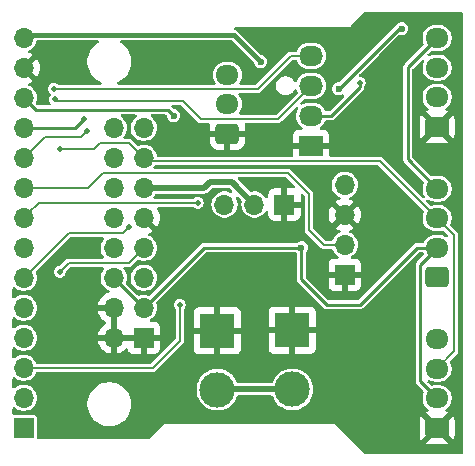
<source format=gbr>
%TF.GenerationSoftware,KiCad,Pcbnew,8.0.1*%
%TF.CreationDate,2024-09-10T20:12:53-04:00*%
%TF.ProjectId,SmartLED_Shield_Breakout,536d6172-744c-4454-945f-536869656c64,1.1*%
%TF.SameCoordinates,Original*%
%TF.FileFunction,Copper,L2,Bot*%
%TF.FilePolarity,Positive*%
%FSLAX46Y46*%
G04 Gerber Fmt 4.6, Leading zero omitted, Abs format (unit mm)*
G04 Created by KiCad (PCBNEW 8.0.1) date 2024-09-10 20:12:53*
%MOMM*%
%LPD*%
G01*
G04 APERTURE LIST*
G04 Aperture macros list*
%AMRoundRect*
0 Rectangle with rounded corners*
0 $1 Rounding radius*
0 $2 $3 $4 $5 $6 $7 $8 $9 X,Y pos of 4 corners*
0 Add a 4 corners polygon primitive as box body*
4,1,4,$2,$3,$4,$5,$6,$7,$8,$9,$2,$3,0*
0 Add four circle primitives for the rounded corners*
1,1,$1+$1,$2,$3*
1,1,$1+$1,$4,$5*
1,1,$1+$1,$6,$7*
1,1,$1+$1,$8,$9*
0 Add four rect primitives between the rounded corners*
20,1,$1+$1,$2,$3,$4,$5,0*
20,1,$1+$1,$4,$5,$6,$7,0*
20,1,$1+$1,$6,$7,$8,$9,0*
20,1,$1+$1,$8,$9,$2,$3,0*%
G04 Aperture macros list end*
%TA.AperFunction,Conductor*%
%ADD10C,0.000000*%
%TD*%
%TA.AperFunction,ComponentPad*%
%ADD11RoundRect,0.250000X0.725000X-0.600000X0.725000X0.600000X-0.725000X0.600000X-0.725000X-0.600000X0*%
%TD*%
%TA.AperFunction,ComponentPad*%
%ADD12O,1.950000X1.700000*%
%TD*%
%TA.AperFunction,ComponentPad*%
%ADD13R,1.700000X1.700000*%
%TD*%
%TA.AperFunction,ComponentPad*%
%ADD14O,1.700000X1.700000*%
%TD*%
%TA.AperFunction,ComponentPad*%
%ADD15R,3.000000X3.000000*%
%TD*%
%TA.AperFunction,ComponentPad*%
%ADD16C,3.000000*%
%TD*%
%TA.AperFunction,ComponentPad*%
%ADD17R,2.030000X1.730000*%
%TD*%
%TA.AperFunction,ComponentPad*%
%ADD18O,2.030000X1.730000*%
%TD*%
%TA.AperFunction,ViaPad*%
%ADD19C,0.500000*%
%TD*%
%TA.AperFunction,ViaPad*%
%ADD20C,0.600000*%
%TD*%
%TA.AperFunction,Conductor*%
%ADD21C,0.254000*%
%TD*%
%TA.AperFunction,Conductor*%
%ADD22C,0.190500*%
%TD*%
%TA.AperFunction,Conductor*%
%ADD23C,0.508000*%
%TD*%
%TA.AperFunction,Conductor*%
%ADD24C,0.381000*%
%TD*%
G04 APERTURE END LIST*
D10*
%TA.AperFunction,Conductor*%
%TO.N,unconnected-(T1-Pin_1-Pad1)*%
G36*
X125749990Y-125750130D02*
G01*
X124249870Y-125750130D01*
X124249870Y-124250010D01*
X125749990Y-124250010D01*
X125749990Y-125750130D01*
G37*
%TD.AperFunction*%
%TA.AperFunction,Conductor*%
G36*
X125749990Y-125750130D02*
G01*
X124249870Y-125750130D01*
X124249870Y-124250010D01*
X125749990Y-124250010D01*
X125749990Y-125750130D01*
G37*
%TD.AperFunction*%
%TD*%
D11*
%TO.P,J2,1,Pin_1*%
%TO.N,GND*%
X142255000Y-100108000D03*
D12*
%TO.P,J2,2,Pin_2*%
%TO.N,+3V3*%
X142255000Y-97608000D03*
%TO.P,J2,3,Pin_3*%
%TO.N,/A1*%
X142255000Y-95108000D03*
%TD*%
D13*
%TO.P,P1,1,Pin_1*%
%TO.N,GND*%
X135160000Y-117380000D03*
D14*
%TO.P,P1,2,Pin_2*%
X132620000Y-117380000D03*
%TO.P,P1,3,Pin_3*%
%TO.N,+3V3*%
X135160000Y-114840000D03*
%TO.P,P1,4,Pin_4*%
%TO.N,GND*%
X132620000Y-114840000D03*
%TO.P,P1,5,Pin_5*%
%TO.N,Net-(P1-Pin_5)*%
X135160000Y-112300000D03*
%TO.P,P1,6,Pin_6*%
%TO.N,+3V3*%
X132620000Y-112300000D03*
%TO.P,P1,7,Pin_7*%
%TO.N,Net-(P1-Pin_7)*%
X135160000Y-109760000D03*
%TO.P,P1,8,Pin_8*%
%TO.N,+3V3*%
X132620000Y-109760000D03*
%TO.P,P1,9,Pin_9*%
%TO.N,GND*%
X135160000Y-107220000D03*
%TO.P,P1,10,Pin_10*%
%TO.N,+5V*%
X132620000Y-107220000D03*
%TO.P,P1,11,Pin_11*%
%TO.N,+3V3*%
X135160000Y-104680000D03*
%TO.P,P1,12,Pin_12*%
%TO.N,+5V*%
X132620000Y-104680000D03*
%TO.P,P1,13,Pin_13*%
%TO.N,/SCL0*%
X135160000Y-102140000D03*
%TO.P,P1,14,Pin_14*%
%TO.N,unconnected-(P1-Pin_14-Pad14)*%
X132620000Y-102140000D03*
%TO.P,P1,15,Pin_15*%
%TO.N,/SDA0*%
X135160000Y-99600000D03*
%TO.P,P1,16,Pin_16*%
%TO.N,unconnected-(P1-Pin_16-Pad16)*%
X132620000Y-99600000D03*
%TD*%
D13*
%TO.P,J4,1,Pin_1*%
%TO.N,GND*%
X147083000Y-106096000D03*
D14*
%TO.P,J4,2,Pin_2*%
%TO.N,+3V3*%
X144543000Y-106096000D03*
%TO.P,J4,3,Pin_3*%
%TO.N,/A0*%
X142003000Y-106096000D03*
%TD*%
D11*
%TO.P,I2C1,1,Pin_1*%
%TO.N,GND*%
X160000000Y-99500000D03*
D12*
%TO.P,I2C1,2,Pin_2*%
%TO.N,+3V3*%
X160000000Y-97000000D03*
%TO.P,I2C1,3,Pin_3*%
%TO.N,/SCL0*%
X160000000Y-94500000D03*
%TO.P,I2C1,4,Pin_4*%
%TO.N,/SDA0*%
X160000000Y-92000000D03*
%TD*%
D11*
%TO.P,I2C3,1,Pin_1*%
%TO.N,GND*%
X160000000Y-125000000D03*
D12*
%TO.P,I2C3,2,Pin_2*%
%TO.N,+3V3*%
X160000000Y-122500000D03*
%TO.P,I2C3,3,Pin_3*%
%TO.N,/SCL0*%
X160000000Y-120000000D03*
%TO.P,I2C3,4,Pin_4*%
%TO.N,/SDA0*%
X160000000Y-117500000D03*
%TD*%
D13*
%TO.P,T1,1,Pin_1*%
%TO.N,unconnected-(T1-Pin_1-Pad1)*%
X125000000Y-125000000D03*
D14*
%TO.P,T1,2,Pin_2*%
%TO.N,/A0*%
X125000000Y-122460000D03*
%TO.P,T1,3,Pin_3*%
%TO.N,/A1*%
X125000000Y-119920000D03*
%TO.P,T1,4,Pin_4*%
%TO.N,/RX4*%
X125000000Y-117380000D03*
%TO.P,T1,5,Pin_5*%
%TO.N,/TX4*%
X125000000Y-114840000D03*
%TO.P,T1,6,Pin_6*%
%TO.N,/SDA0*%
X125000000Y-112300000D03*
%TO.P,T1,7,Pin_7*%
%TO.N,/SCL0*%
X125000000Y-109760000D03*
%TO.P,T1,8,Pin_8*%
%TO.N,/TIO20*%
X125000000Y-107220000D03*
%TO.P,T1,9,Pin_9*%
%TO.N,/TIO21*%
X125000000Y-104680000D03*
%TO.P,T1,10,Pin_10*%
%TO.N,/TIO22*%
X125000000Y-102140000D03*
%TO.P,T1,11,Pin_11*%
%TO.N,/TIO23*%
X125000000Y-99600000D03*
%TO.P,T1,12,Pin_12*%
%TO.N,+3V3*%
X125000000Y-97060000D03*
%TO.P,T1,13,Pin_13*%
%TO.N,GND*%
X125000000Y-94520000D03*
%TO.P,T1,14,Pin_14*%
%TO.N,+5V*%
X125000000Y-91980000D03*
%TD*%
D15*
%TO.P,LEDPWR1,1,Pin_1*%
%TO.N,GND*%
X141398000Y-116766000D03*
D16*
%TO.P,LEDPWR1,2,Pin_2*%
%TO.N,+5V*%
X141398000Y-121766000D03*
%TD*%
D11*
%TO.P,I2C2,1,Pin_1*%
%TO.N,GND*%
X160000000Y-112250000D03*
D12*
%TO.P,I2C2,2,Pin_2*%
%TO.N,+3V3*%
X160000000Y-109750000D03*
%TO.P,I2C2,3,Pin_3*%
%TO.N,/SCL0*%
X160000000Y-107250000D03*
%TO.P,I2C2,4,Pin_4*%
%TO.N,/SDA0*%
X160000000Y-104750000D03*
%TD*%
D17*
%TO.P,J1,1,Pin_1*%
%TO.N,GND*%
X149338000Y-101124000D03*
D18*
%TO.P,J1,2,Pin_2*%
%TO.N,Net-(D1-K)*%
X149338000Y-98584000D03*
%TO.P,J1,3,Pin_3*%
%TO.N,/TIO22*%
X149338000Y-96044000D03*
%TO.P,J1,4,Pin_4*%
%TO.N,/TIO23*%
X149338000Y-93504000D03*
%TD*%
D13*
%TO.P,B1,1,Pin_1*%
%TO.N,GND*%
X152178000Y-112046000D03*
D14*
%TO.P,B1,2,Pin_2*%
%TO.N,/TIO21*%
X152178000Y-109506000D03*
%TO.P,B1,3,Pin_3*%
%TO.N,GND*%
X152178000Y-106966000D03*
%TO.P,B1,4,Pin_4*%
%TO.N,/TIO20*%
X152178000Y-104426000D03*
%TD*%
D15*
%TO.P,BCKPWR1,1,Pin_1*%
%TO.N,GND*%
X147750000Y-116750000D03*
D16*
%TO.P,BCKPWR1,2,Pin_2*%
%TO.N,+5V*%
X147750000Y-121750000D03*
%TD*%
D19*
%TO.N,GND*%
X154718000Y-107220000D03*
X154718000Y-103410000D03*
X155988000Y-114840000D03*
%TO.N,/SDA0*%
X133890000Y-107982000D03*
%TO.N,/SCL0*%
X128048000Y-101378000D03*
D20*
%TO.N,+3V3*%
X137700000Y-98584000D03*
X148510000Y-109750000D03*
D19*
%TO.N,/TIO20*%
X139732000Y-105950000D03*
%TO.N,/A1*%
X138208000Y-114586000D03*
%TO.N,/TIO23*%
X127540000Y-96298000D03*
X130080000Y-98838000D03*
D20*
%TO.N,+5V*%
X151670000Y-96298000D03*
X157004000Y-91218000D03*
X145066000Y-94012000D03*
D19*
%TO.N,/TIO22*%
X130334000Y-99854000D03*
X127667000Y-97187000D03*
%TO.N,Net-(P1-Pin_7)*%
X128048000Y-111792000D03*
%TO.N,Net-(D1-K)*%
X153448000Y-95790000D03*
%TD*%
D21*
%TO.N,+5V*%
X156750000Y-91218000D02*
X151670000Y-96298000D01*
X157004000Y-91218000D02*
X156750000Y-91218000D01*
D22*
%TO.N,/TIO20*%
X139732000Y-105950000D02*
X126270000Y-105950000D01*
X126270000Y-105950000D02*
X125400000Y-106820000D01*
D21*
%TO.N,Net-(D1-K)*%
X151035000Y-98584000D02*
X149338000Y-98584000D01*
X153448000Y-96171000D02*
X151035000Y-98584000D01*
X153448000Y-95790000D02*
X153448000Y-96171000D01*
D22*
%TO.N,/SDA0*%
X128810000Y-108490000D02*
X125000000Y-112300000D01*
D21*
X157512000Y-94488000D02*
X160000000Y-92000000D01*
X157512000Y-102262000D02*
X157512000Y-94488000D01*
D22*
X133382000Y-108490000D02*
X128810000Y-108490000D01*
D21*
X160000000Y-104750000D02*
X157512000Y-102262000D01*
D22*
X133890000Y-107982000D02*
X133382000Y-108490000D01*
%TO.N,/SCL0*%
X161464000Y-108714000D02*
X161464000Y-118536000D01*
X155144000Y-102394000D02*
X160000000Y-107250000D01*
X135160000Y-102140000D02*
X135414000Y-102394000D01*
X135414000Y-102394000D02*
X155144000Y-102394000D01*
X160000000Y-107250000D02*
X161464000Y-108714000D01*
X133890000Y-100870000D02*
X135160000Y-102140000D01*
X130968000Y-101378000D02*
X131476000Y-100870000D01*
X131476000Y-100870000D02*
X133890000Y-100870000D01*
X161464000Y-118536000D02*
X160000000Y-120000000D01*
X128048000Y-101378000D02*
X130968000Y-101378000D01*
D23*
%TO.N,+3V3*%
X135160000Y-104680000D02*
X140240000Y-104680000D01*
X140240000Y-104680000D02*
X140748000Y-104172000D01*
D21*
X158571000Y-121071000D02*
X158571000Y-111179000D01*
D23*
X140748000Y-104172000D02*
X142619000Y-104172000D01*
D21*
X158571000Y-111179000D02*
X160000000Y-109750000D01*
X160000000Y-122500000D02*
X158571000Y-121071000D01*
X140250000Y-109750000D02*
X148510000Y-109750000D01*
D23*
X142619000Y-104172000D02*
X144543000Y-106096000D01*
D21*
X126016000Y-98076000D02*
X125000000Y-97060000D01*
X148510000Y-109750000D02*
X148510000Y-112442000D01*
X148510000Y-112442000D02*
X150654000Y-114586000D01*
X137192000Y-98076000D02*
X126016000Y-98076000D01*
X132620000Y-112300000D02*
X135160000Y-114840000D01*
X153448000Y-114586000D02*
X158284000Y-109750000D01*
X137700000Y-98584000D02*
X137192000Y-98076000D01*
X158284000Y-109750000D02*
X160000000Y-109750000D01*
X150654000Y-114586000D02*
X153448000Y-114586000D01*
X135160000Y-114840000D02*
X140250000Y-109750000D01*
D22*
%TO.N,/A1*%
X135922000Y-119920000D02*
X138208000Y-117634000D01*
X125000000Y-119920000D02*
X135922000Y-119920000D01*
X138208000Y-117634000D02*
X138208000Y-114586000D01*
%TO.N,/TIO21*%
X130476000Y-104680000D02*
X131746000Y-103410000D01*
X131746000Y-103410000D02*
X147352000Y-103410000D01*
X150400000Y-109506000D02*
X152178000Y-109506000D01*
X147352000Y-103410000D02*
X149130000Y-105188000D01*
X149130000Y-105188000D02*
X149130000Y-108236000D01*
X149130000Y-108236000D02*
X150400000Y-109506000D01*
X125000000Y-104680000D02*
X130476000Y-104680000D01*
%TO.N,/TIO23*%
X149338000Y-93504000D02*
X147606000Y-93504000D01*
D21*
X125000000Y-99600000D02*
X129318000Y-99600000D01*
D22*
X147606000Y-93504000D02*
X144812000Y-96298000D01*
D21*
X129318000Y-99600000D02*
X130080000Y-98838000D01*
D22*
X144812000Y-96298000D02*
X127540000Y-96298000D01*
D21*
%TO.N,+5V*%
X125254000Y-91726000D02*
X125000000Y-91980000D01*
D23*
X141414000Y-121750000D02*
X147750000Y-121750000D01*
D24*
X145066000Y-94012000D02*
X142780000Y-91726000D01*
X142780000Y-91726000D02*
X125254000Y-91726000D01*
D22*
%TO.N,/TIO22*%
X125000000Y-102140000D02*
X126778000Y-100362000D01*
X129826000Y-100362000D02*
X130080000Y-100108000D01*
X126778000Y-100362000D02*
X129826000Y-100362000D01*
X127667000Y-97187000D02*
X127794000Y-97314000D01*
X138462000Y-97314000D02*
X139986000Y-98838000D01*
X139986000Y-98838000D02*
X146544000Y-98838000D01*
X130080000Y-100108000D02*
X130334000Y-99854000D01*
X127794000Y-97314000D02*
X138462000Y-97314000D01*
X146544000Y-98838000D02*
X149338000Y-96044000D01*
%TO.N,Net-(P1-Pin_7)*%
X128810000Y-111030000D02*
X133890000Y-111030000D01*
X128048000Y-111792000D02*
X128810000Y-111030000D01*
X133890000Y-111030000D02*
X135160000Y-109760000D01*
%TD*%
%TA.AperFunction,Conductor*%
%TO.N,GND*%
G36*
X162141621Y-89820512D02*
G01*
X162188114Y-89874168D01*
X162199499Y-89926509D01*
X162199495Y-106648941D01*
X162199490Y-127073500D01*
X162179488Y-127141621D01*
X162125832Y-127188114D01*
X162073490Y-127199500D01*
X153926661Y-127199500D01*
X153858540Y-127179498D01*
X153837566Y-127162595D01*
X151434517Y-124759545D01*
X151434513Y-124759542D01*
X151434511Y-124759540D01*
X151365989Y-124719979D01*
X151365988Y-124719978D01*
X151365985Y-124719977D01*
X151289565Y-124699500D01*
X151289562Y-124699500D01*
X136960438Y-124699500D01*
X136960434Y-124699500D01*
X136884014Y-124719977D01*
X136815490Y-124759539D01*
X136815482Y-124759545D01*
X135662434Y-125912595D01*
X135600122Y-125946620D01*
X135573339Y-125949500D01*
X126230500Y-125949500D01*
X126162379Y-125929498D01*
X126115886Y-125875842D01*
X126104500Y-125823500D01*
X126104499Y-124124936D01*
X126104498Y-124124926D01*
X126089734Y-124050699D01*
X126033483Y-123966515D01*
X125949302Y-123910266D01*
X125875069Y-123895500D01*
X124176500Y-123895500D01*
X124108379Y-123875498D01*
X124061886Y-123821842D01*
X124050500Y-123769500D01*
X124050500Y-123374349D01*
X124070502Y-123306228D01*
X124124158Y-123259735D01*
X124194432Y-123249631D01*
X124259012Y-123279125D01*
X124261386Y-123281234D01*
X124331536Y-123345185D01*
X124505566Y-123452940D01*
X124505568Y-123452940D01*
X124505573Y-123452944D01*
X124696444Y-123526888D01*
X124897653Y-123564500D01*
X124897655Y-123564500D01*
X125102345Y-123564500D01*
X125102347Y-123564500D01*
X125303556Y-123526888D01*
X125494427Y-123452944D01*
X125668462Y-123345186D01*
X125819732Y-123207285D01*
X125884474Y-123121552D01*
X130395500Y-123121552D01*
X130427229Y-123362563D01*
X130427230Y-123362569D01*
X130427231Y-123362571D01*
X130490150Y-123597388D01*
X130583181Y-123821984D01*
X130583182Y-123821985D01*
X130583187Y-123821996D01*
X130704728Y-124032512D01*
X130704732Y-124032518D01*
X130852714Y-124225371D01*
X130852733Y-124225392D01*
X131024607Y-124397266D01*
X131024628Y-124397285D01*
X131217481Y-124545267D01*
X131217487Y-124545271D01*
X131428003Y-124666812D01*
X131428007Y-124666813D01*
X131428016Y-124666819D01*
X131652612Y-124759850D01*
X131887429Y-124822769D01*
X131887435Y-124822769D01*
X131887436Y-124822770D01*
X131915093Y-124826411D01*
X132128450Y-124854500D01*
X132128457Y-124854500D01*
X132371543Y-124854500D01*
X132371550Y-124854500D01*
X132612571Y-124822769D01*
X132847388Y-124759850D01*
X133071984Y-124666819D01*
X133282516Y-124545269D01*
X133475380Y-124397278D01*
X133647278Y-124225380D01*
X133795269Y-124032516D01*
X133916819Y-123821984D01*
X134009850Y-123597388D01*
X134072769Y-123362571D01*
X134104500Y-123121550D01*
X134104500Y-122878450D01*
X134072769Y-122637429D01*
X134009850Y-122402612D01*
X133916819Y-122178016D01*
X133916813Y-122178007D01*
X133916812Y-122178003D01*
X133795271Y-121967487D01*
X133795267Y-121967481D01*
X133647285Y-121774628D01*
X133647266Y-121774607D01*
X133638659Y-121766000D01*
X139638580Y-121766000D01*
X139658231Y-122028231D01*
X139716746Y-122284599D01*
X139716747Y-122284602D01*
X139812813Y-122529377D01*
X139812815Y-122529381D01*
X139944296Y-122757113D01*
X140108257Y-122962714D01*
X140250426Y-123094626D01*
X140301020Y-123141570D01*
X140301026Y-123141574D01*
X140518280Y-123289696D01*
X140518287Y-123289700D01*
X140518290Y-123289702D01*
X140755212Y-123403798D01*
X140954622Y-123465308D01*
X141006485Y-123481306D01*
X141006492Y-123481308D01*
X141266518Y-123520500D01*
X141266522Y-123520500D01*
X141529478Y-123520500D01*
X141529482Y-123520500D01*
X141789508Y-123481308D01*
X142040788Y-123403798D01*
X142277710Y-123289702D01*
X142494980Y-123141570D01*
X142687746Y-122962710D01*
X142851701Y-122757117D01*
X142983183Y-122529384D01*
X142989464Y-122513381D01*
X143058112Y-122338468D01*
X143101618Y-122282363D01*
X143168550Y-122258686D01*
X143175402Y-122258500D01*
X145978877Y-122258500D01*
X146046998Y-122278502D01*
X146093491Y-122332158D01*
X146096167Y-122338467D01*
X146164813Y-122513377D01*
X146164815Y-122513381D01*
X146296296Y-122741113D01*
X146296298Y-122741116D01*
X146296299Y-122741117D01*
X146309059Y-122757117D01*
X146460257Y-122946714D01*
X146565038Y-123043935D01*
X146653020Y-123125570D01*
X146653026Y-123125574D01*
X146870280Y-123273696D01*
X146870287Y-123273700D01*
X146870290Y-123273702D01*
X147107212Y-123387798D01*
X147318396Y-123452940D01*
X147358485Y-123465306D01*
X147358492Y-123465308D01*
X147618518Y-123504500D01*
X147618522Y-123504500D01*
X147881478Y-123504500D01*
X147881482Y-123504500D01*
X148141508Y-123465308D01*
X148392788Y-123387798D01*
X148629710Y-123273702D01*
X148846980Y-123125570D01*
X149039746Y-122946710D01*
X149203701Y-122741117D01*
X149335183Y-122513384D01*
X149431254Y-122268598D01*
X149489769Y-122012228D01*
X149509420Y-121750000D01*
X149489769Y-121487772D01*
X149431254Y-121231402D01*
X149360057Y-121049994D01*
X149335186Y-120986622D01*
X149335184Y-120986618D01*
X149203703Y-120758886D01*
X149187944Y-120739125D01*
X149039746Y-120553290D01*
X149039745Y-120553289D01*
X149039742Y-120553285D01*
X148864224Y-120390430D01*
X148846980Y-120374430D01*
X148795875Y-120339587D01*
X148629719Y-120226303D01*
X148629712Y-120226299D01*
X148392793Y-120112204D01*
X148392790Y-120112203D01*
X148392788Y-120112202D01*
X148304896Y-120085090D01*
X148141514Y-120034693D01*
X148141509Y-120034692D01*
X148141508Y-120034692D01*
X147881482Y-119995500D01*
X147618518Y-119995500D01*
X147358492Y-120034692D01*
X147358491Y-120034692D01*
X147358485Y-120034693D01*
X147107206Y-120112204D01*
X146870287Y-120226299D01*
X146870280Y-120226303D01*
X146653026Y-120374425D01*
X146653014Y-120374435D01*
X146460257Y-120553285D01*
X146296296Y-120758886D01*
X146164815Y-120986618D01*
X146164813Y-120986622D01*
X146096167Y-121161533D01*
X146052661Y-121217637D01*
X145985728Y-121241314D01*
X145978877Y-121241500D01*
X143162843Y-121241500D01*
X143094722Y-121221498D01*
X143048229Y-121167842D01*
X143045553Y-121161532D01*
X142983188Y-121002627D01*
X142983184Y-121002618D01*
X142973946Y-120986618D01*
X142890720Y-120842465D01*
X142851703Y-120774886D01*
X142844798Y-120766228D01*
X142687746Y-120569290D01*
X142687745Y-120569289D01*
X142687742Y-120569285D01*
X142531141Y-120423982D01*
X142494980Y-120390430D01*
X142471520Y-120374435D01*
X142277719Y-120242303D01*
X142277712Y-120242299D01*
X142040793Y-120128204D01*
X142040790Y-120128203D01*
X142040788Y-120128202D01*
X141952896Y-120101090D01*
X141789514Y-120050693D01*
X141789509Y-120050692D01*
X141789508Y-120050692D01*
X141529482Y-120011500D01*
X141266518Y-120011500D01*
X141006492Y-120050692D01*
X141006491Y-120050692D01*
X141006485Y-120050693D01*
X140807082Y-120112202D01*
X140767587Y-120124385D01*
X140755206Y-120128204D01*
X140518287Y-120242299D01*
X140518280Y-120242303D01*
X140301026Y-120390425D01*
X140301014Y-120390435D01*
X140108257Y-120569285D01*
X139944296Y-120774886D01*
X139812815Y-121002618D01*
X139812813Y-121002622D01*
X139716747Y-121247397D01*
X139716746Y-121247400D01*
X139658231Y-121503768D01*
X139638580Y-121766000D01*
X133638659Y-121766000D01*
X133475392Y-121602733D01*
X133475371Y-121602714D01*
X133282518Y-121454732D01*
X133282512Y-121454728D01*
X133071996Y-121333187D01*
X133071988Y-121333183D01*
X133071984Y-121333181D01*
X132847388Y-121240150D01*
X132612571Y-121177231D01*
X132612569Y-121177230D01*
X132612563Y-121177229D01*
X132371552Y-121145500D01*
X132371550Y-121145500D01*
X132128450Y-121145500D01*
X132128447Y-121145500D01*
X131887436Y-121177229D01*
X131887429Y-121177231D01*
X131652612Y-121240150D01*
X131495455Y-121305247D01*
X131428014Y-121333182D01*
X131428003Y-121333187D01*
X131217487Y-121454728D01*
X131217481Y-121454732D01*
X131024628Y-121602714D01*
X131024607Y-121602733D01*
X130852733Y-121774607D01*
X130852714Y-121774628D01*
X130704732Y-121967481D01*
X130704728Y-121967487D01*
X130583187Y-122178003D01*
X130583182Y-122178014D01*
X130583181Y-122178016D01*
X130519333Y-122332158D01*
X130490150Y-122402612D01*
X130427229Y-122637436D01*
X130395500Y-122878447D01*
X130395500Y-123121552D01*
X125884474Y-123121552D01*
X125943088Y-123043935D01*
X126034328Y-122860701D01*
X126090345Y-122663821D01*
X126104285Y-122513384D01*
X126109232Y-122460004D01*
X126109232Y-122459995D01*
X126090345Y-122256180D01*
X126086129Y-122241362D01*
X126034328Y-122059299D01*
X125943088Y-121876065D01*
X125870894Y-121780464D01*
X125819733Y-121712715D01*
X125668463Y-121574814D01*
X125494433Y-121467059D01*
X125494428Y-121467057D01*
X125494427Y-121467056D01*
X125421142Y-121438665D01*
X125303559Y-121393113D01*
X125303560Y-121393113D01*
X125303557Y-121393112D01*
X125303556Y-121393112D01*
X125102347Y-121355500D01*
X124897653Y-121355500D01*
X124696444Y-121393112D01*
X124696439Y-121393113D01*
X124505577Y-121467054D01*
X124505566Y-121467059D01*
X124331535Y-121574815D01*
X124331532Y-121574817D01*
X124261385Y-121638765D01*
X124197568Y-121669876D01*
X124127062Y-121661546D01*
X124072252Y-121616420D01*
X124050540Y-121548824D01*
X124050500Y-121545650D01*
X124050500Y-120834349D01*
X124070502Y-120766228D01*
X124124158Y-120719735D01*
X124194432Y-120709631D01*
X124259012Y-120739125D01*
X124261386Y-120741234D01*
X124331536Y-120805185D01*
X124505566Y-120912940D01*
X124505568Y-120912940D01*
X124505573Y-120912944D01*
X124696444Y-120986888D01*
X124897653Y-121024500D01*
X124897655Y-121024500D01*
X125102345Y-121024500D01*
X125102347Y-121024500D01*
X125303556Y-120986888D01*
X125494427Y-120912944D01*
X125668462Y-120805186D01*
X125819732Y-120667285D01*
X125943088Y-120503935D01*
X125943089Y-120503931D01*
X125943091Y-120503930D01*
X126024925Y-120339587D01*
X126073194Y-120287523D01*
X126137715Y-120269750D01*
X135868221Y-120269750D01*
X135868237Y-120269751D01*
X135875955Y-120269751D01*
X135968045Y-120269751D01*
X136056999Y-120245915D01*
X136090976Y-120226298D01*
X136136752Y-120199870D01*
X136201870Y-120134752D01*
X136212237Y-120124385D01*
X136212244Y-120124375D01*
X138022022Y-118314597D01*
X139390000Y-118314597D01*
X139396505Y-118375093D01*
X139447555Y-118511964D01*
X139447555Y-118511965D01*
X139535095Y-118628904D01*
X139652034Y-118716444D01*
X139788906Y-118767494D01*
X139849402Y-118773999D01*
X139849415Y-118774000D01*
X141144000Y-118774000D01*
X141144000Y-117633108D01*
X141309358Y-117666000D01*
X141486642Y-117666000D01*
X141652000Y-117633108D01*
X141652000Y-118774000D01*
X142946585Y-118774000D01*
X142946597Y-118773999D01*
X143007093Y-118767494D01*
X143143964Y-118716444D01*
X143143965Y-118716444D01*
X143260904Y-118628904D01*
X143348444Y-118511965D01*
X143348444Y-118511964D01*
X143399494Y-118375093D01*
X143405999Y-118314597D01*
X143406000Y-118314585D01*
X143406000Y-118298597D01*
X145742000Y-118298597D01*
X145748505Y-118359093D01*
X145799555Y-118495964D01*
X145799555Y-118495965D01*
X145887095Y-118612904D01*
X146004034Y-118700444D01*
X146140906Y-118751494D01*
X146201402Y-118757999D01*
X146201415Y-118758000D01*
X147496000Y-118758000D01*
X147496000Y-117617108D01*
X147661358Y-117650000D01*
X147838642Y-117650000D01*
X148004000Y-117617108D01*
X148004000Y-118758000D01*
X149298585Y-118758000D01*
X149298597Y-118757999D01*
X149359093Y-118751494D01*
X149495964Y-118700444D01*
X149495965Y-118700444D01*
X149612904Y-118612904D01*
X149700444Y-118495965D01*
X149700444Y-118495964D01*
X149751494Y-118359093D01*
X149757999Y-118298597D01*
X149758000Y-118298585D01*
X149758000Y-117004000D01*
X148617109Y-117004000D01*
X148650000Y-116838642D01*
X148650000Y-116661358D01*
X148617109Y-116496000D01*
X149758000Y-116496000D01*
X149758000Y-115201414D01*
X149757999Y-115201402D01*
X149751494Y-115140906D01*
X149700444Y-115004035D01*
X149700444Y-115004034D01*
X149612904Y-114887095D01*
X149495965Y-114799555D01*
X149359093Y-114748505D01*
X149298597Y-114742000D01*
X148004000Y-114742000D01*
X148004000Y-115882891D01*
X147838642Y-115850000D01*
X147661358Y-115850000D01*
X147496000Y-115882891D01*
X147496000Y-114742000D01*
X146201402Y-114742000D01*
X146140906Y-114748505D01*
X146004035Y-114799555D01*
X146004034Y-114799555D01*
X145887095Y-114887095D01*
X145799555Y-115004034D01*
X145799555Y-115004035D01*
X145748505Y-115140906D01*
X145742000Y-115201402D01*
X145742000Y-116496000D01*
X146882891Y-116496000D01*
X146850000Y-116661358D01*
X146850000Y-116838642D01*
X146882891Y-117004000D01*
X145742000Y-117004000D01*
X145742000Y-118298597D01*
X143406000Y-118298597D01*
X143406000Y-117020000D01*
X142265109Y-117020000D01*
X142298000Y-116854642D01*
X142298000Y-116677358D01*
X142265109Y-116512000D01*
X143406000Y-116512000D01*
X143406000Y-115217414D01*
X143405999Y-115217402D01*
X143399494Y-115156906D01*
X143348444Y-115020035D01*
X143348444Y-115020034D01*
X143260904Y-114903095D01*
X143143965Y-114815555D01*
X143007093Y-114764505D01*
X142946597Y-114758000D01*
X141652000Y-114758000D01*
X141652000Y-115898891D01*
X141486642Y-115866000D01*
X141309358Y-115866000D01*
X141144000Y-115898891D01*
X141144000Y-114758000D01*
X139849402Y-114758000D01*
X139788906Y-114764505D01*
X139652035Y-114815555D01*
X139652034Y-114815555D01*
X139535095Y-114903095D01*
X139447555Y-115020034D01*
X139447555Y-115020035D01*
X139396505Y-115156906D01*
X139390000Y-115217402D01*
X139390000Y-116512000D01*
X140530891Y-116512000D01*
X140498000Y-116677358D01*
X140498000Y-116854642D01*
X140530891Y-117020000D01*
X139390000Y-117020000D01*
X139390000Y-118314597D01*
X138022022Y-118314597D01*
X138412375Y-117924244D01*
X138412385Y-117924237D01*
X138487866Y-117848756D01*
X138487870Y-117848752D01*
X138502465Y-117823471D01*
X138517059Y-117798194D01*
X138517061Y-117798190D01*
X138533915Y-117768999D01*
X138557750Y-117680046D01*
X138557750Y-117587955D01*
X138557750Y-114999755D01*
X138577752Y-114931634D01*
X138588526Y-114917242D01*
X138598418Y-114905826D01*
X138636777Y-114861558D01*
X138697042Y-114729596D01*
X138717688Y-114586000D01*
X138697042Y-114442404D01*
X138636777Y-114310442D01*
X138541775Y-114200804D01*
X138541774Y-114200803D01*
X138480753Y-114161587D01*
X138419732Y-114122371D01*
X138419731Y-114122370D01*
X138419730Y-114122370D01*
X138280536Y-114081500D01*
X138135464Y-114081500D01*
X137996269Y-114122370D01*
X137996266Y-114122372D01*
X137874225Y-114200803D01*
X137779223Y-114310441D01*
X137718958Y-114442403D01*
X137698312Y-114586000D01*
X137718958Y-114729596D01*
X137779223Y-114861558D01*
X137827474Y-114917242D01*
X137856967Y-114981822D01*
X137858250Y-114999755D01*
X137858250Y-117436939D01*
X137838248Y-117505060D01*
X137821345Y-117526034D01*
X135814034Y-119533345D01*
X135751722Y-119567371D01*
X135724939Y-119570250D01*
X126137715Y-119570250D01*
X126069594Y-119550248D01*
X126024925Y-119500413D01*
X125943091Y-119336069D01*
X125943087Y-119336064D01*
X125819733Y-119172715D01*
X125668463Y-119034814D01*
X125494433Y-118927059D01*
X125494428Y-118927057D01*
X125494427Y-118927056D01*
X125303559Y-118853113D01*
X125303560Y-118853113D01*
X125303557Y-118853112D01*
X125303556Y-118853112D01*
X125102347Y-118815500D01*
X124897653Y-118815500D01*
X124696444Y-118853112D01*
X124696439Y-118853113D01*
X124505577Y-118927054D01*
X124505566Y-118927059D01*
X124331535Y-119034815D01*
X124331532Y-119034817D01*
X124261385Y-119098765D01*
X124197568Y-119129876D01*
X124127062Y-119121546D01*
X124072252Y-119076420D01*
X124050540Y-119008824D01*
X124050500Y-119005650D01*
X124050500Y-118294349D01*
X124070502Y-118226228D01*
X124124158Y-118179735D01*
X124194432Y-118169631D01*
X124259012Y-118199125D01*
X124261386Y-118201234D01*
X124331536Y-118265185D01*
X124505566Y-118372940D01*
X124505568Y-118372940D01*
X124505573Y-118372944D01*
X124696444Y-118446888D01*
X124897653Y-118484500D01*
X124897655Y-118484500D01*
X125102345Y-118484500D01*
X125102347Y-118484500D01*
X125303556Y-118446888D01*
X125494427Y-118372944D01*
X125668462Y-118265186D01*
X125819732Y-118127285D01*
X125943088Y-117963935D01*
X126034328Y-117780701D01*
X126090345Y-117583821D01*
X126099120Y-117489129D01*
X126109232Y-117380004D01*
X126109232Y-117379995D01*
X126090345Y-117176180D01*
X126076068Y-117126000D01*
X126034328Y-116979299D01*
X125943088Y-116796065D01*
X125894294Y-116731451D01*
X125819733Y-116632715D01*
X125668463Y-116494814D01*
X125494433Y-116387059D01*
X125494428Y-116387057D01*
X125494427Y-116387056D01*
X125303559Y-116313113D01*
X125303560Y-116313113D01*
X125303557Y-116313112D01*
X125303556Y-116313112D01*
X125102347Y-116275500D01*
X124897653Y-116275500D01*
X124696444Y-116313112D01*
X124696439Y-116313113D01*
X124505577Y-116387054D01*
X124505566Y-116387059D01*
X124331535Y-116494815D01*
X124331532Y-116494817D01*
X124261385Y-116558765D01*
X124197568Y-116589876D01*
X124127062Y-116581546D01*
X124072252Y-116536420D01*
X124050540Y-116468824D01*
X124050500Y-116465650D01*
X124050500Y-115754349D01*
X124070502Y-115686228D01*
X124124158Y-115639735D01*
X124194432Y-115629631D01*
X124259012Y-115659125D01*
X124261386Y-115661234D01*
X124331536Y-115725185D01*
X124505566Y-115832940D01*
X124505568Y-115832940D01*
X124505573Y-115832944D01*
X124696444Y-115906888D01*
X124897653Y-115944500D01*
X124897655Y-115944500D01*
X125102345Y-115944500D01*
X125102347Y-115944500D01*
X125303556Y-115906888D01*
X125494427Y-115832944D01*
X125668462Y-115725186D01*
X125819732Y-115587285D01*
X125943088Y-115423935D01*
X126034328Y-115240701D01*
X126090345Y-115043821D01*
X126099826Y-114941502D01*
X126109232Y-114840004D01*
X126109232Y-114839995D01*
X126090345Y-114636180D01*
X126076068Y-114586000D01*
X126034328Y-114439299D01*
X125943088Y-114256065D01*
X125876279Y-114167595D01*
X125819733Y-114092715D01*
X125668463Y-113954814D01*
X125494433Y-113847059D01*
X125494428Y-113847057D01*
X125494427Y-113847056D01*
X125464869Y-113835605D01*
X125303559Y-113773113D01*
X125303560Y-113773113D01*
X125303557Y-113773112D01*
X125303556Y-113773112D01*
X125102347Y-113735500D01*
X124897653Y-113735500D01*
X124696444Y-113773112D01*
X124696439Y-113773113D01*
X124505577Y-113847054D01*
X124505566Y-113847059D01*
X124331535Y-113954815D01*
X124331532Y-113954817D01*
X124261385Y-114018765D01*
X124197568Y-114049876D01*
X124127062Y-114041546D01*
X124072252Y-113996420D01*
X124050540Y-113928824D01*
X124050500Y-113925650D01*
X124050500Y-113214349D01*
X124070502Y-113146228D01*
X124124158Y-113099735D01*
X124194432Y-113089631D01*
X124259012Y-113119125D01*
X124261386Y-113121234D01*
X124331536Y-113185185D01*
X124505566Y-113292940D01*
X124505568Y-113292940D01*
X124505573Y-113292944D01*
X124696444Y-113366888D01*
X124897653Y-113404500D01*
X124897655Y-113404500D01*
X125102345Y-113404500D01*
X125102347Y-113404500D01*
X125303556Y-113366888D01*
X125494427Y-113292944D01*
X125668462Y-113185186D01*
X125819732Y-113047285D01*
X125943088Y-112883935D01*
X126034328Y-112700701D01*
X126090345Y-112503821D01*
X126109232Y-112300000D01*
X126107747Y-112283977D01*
X126090345Y-112096180D01*
X126082201Y-112067558D01*
X126034328Y-111899299D01*
X126028529Y-111887653D01*
X126016069Y-111817763D01*
X126043374Y-111752227D01*
X126052214Y-111742406D01*
X128917967Y-108876655D01*
X128980279Y-108842629D01*
X129007062Y-108839750D01*
X131677843Y-108839750D01*
X131745964Y-108859752D01*
X131792457Y-108913408D01*
X131802561Y-108983682D01*
X131778393Y-109041682D01*
X131676913Y-109176063D01*
X131585671Y-109359301D01*
X131529654Y-109556180D01*
X131510768Y-109759995D01*
X131510768Y-109760004D01*
X131529654Y-109963819D01*
X131583055Y-110151502D01*
X131585672Y-110160701D01*
X131676912Y-110343935D01*
X131676913Y-110343936D01*
X131778393Y-110478318D01*
X131803483Y-110544734D01*
X131788683Y-110614170D01*
X131738692Y-110664583D01*
X131677843Y-110680250D01*
X128863780Y-110680250D01*
X128863764Y-110680249D01*
X128856046Y-110680249D01*
X128763955Y-110680249D01*
X128763951Y-110680249D01*
X128675004Y-110704083D01*
X128595249Y-110750129D01*
X128595245Y-110750132D01*
X128094784Y-111250595D01*
X128032471Y-111284620D01*
X128005688Y-111287500D01*
X127975464Y-111287500D01*
X127836269Y-111328370D01*
X127836266Y-111328372D01*
X127714225Y-111406803D01*
X127619223Y-111516441D01*
X127558958Y-111648403D01*
X127545933Y-111738993D01*
X127538312Y-111792000D01*
X127558958Y-111935596D01*
X127619223Y-112067558D01*
X127714225Y-112177196D01*
X127836268Y-112255629D01*
X127975464Y-112296500D01*
X128120536Y-112296500D01*
X128259732Y-112255629D01*
X128381775Y-112177196D01*
X128476777Y-112067558D01*
X128537042Y-111935596D01*
X128554250Y-111815910D01*
X128583742Y-111751332D01*
X128589857Y-111744763D01*
X128917968Y-111416654D01*
X128980280Y-111382629D01*
X129007063Y-111379750D01*
X131677843Y-111379750D01*
X131745964Y-111399752D01*
X131792457Y-111453408D01*
X131802561Y-111523682D01*
X131778393Y-111581682D01*
X131676913Y-111716063D01*
X131585671Y-111899301D01*
X131529654Y-112096180D01*
X131510768Y-112299995D01*
X131510768Y-112300000D01*
X131529654Y-112503819D01*
X131585671Y-112700698D01*
X131585672Y-112700701D01*
X131676912Y-112883935D01*
X131676913Y-112883936D01*
X131800266Y-113047284D01*
X131951536Y-113185185D01*
X132125566Y-113292940D01*
X132125568Y-113292940D01*
X132125573Y-113292944D01*
X132175333Y-113312221D01*
X132188409Y-113317287D01*
X132244704Y-113360546D01*
X132268674Y-113427374D01*
X132252710Y-113496552D01*
X132201879Y-113546118D01*
X132183804Y-113553951D01*
X132072631Y-113592116D01*
X132072628Y-113592117D01*
X131874699Y-113699231D01*
X131874698Y-113699232D01*
X131697097Y-113837465D01*
X131544674Y-114003041D01*
X131421580Y-114191451D01*
X131331179Y-114397543D01*
X131331176Y-114397550D01*
X131283455Y-114585999D01*
X131283456Y-114586000D01*
X132189297Y-114586000D01*
X132154075Y-114647007D01*
X132120000Y-114774174D01*
X132120000Y-114905826D01*
X132154075Y-115032993D01*
X132189297Y-115094000D01*
X131283455Y-115094000D01*
X131331176Y-115282449D01*
X131331179Y-115282456D01*
X131421580Y-115488548D01*
X131544674Y-115676958D01*
X131697097Y-115842534D01*
X131874698Y-115980767D01*
X131874699Y-115980768D01*
X131908734Y-115999187D01*
X131959123Y-116049201D01*
X131974475Y-116118518D01*
X131949913Y-116185130D01*
X131908734Y-116220813D01*
X131874699Y-116239231D01*
X131874698Y-116239232D01*
X131697097Y-116377465D01*
X131544674Y-116543041D01*
X131421580Y-116731451D01*
X131331179Y-116937543D01*
X131331176Y-116937550D01*
X131283455Y-117125999D01*
X131283456Y-117126000D01*
X132189297Y-117126000D01*
X132154075Y-117187007D01*
X132120000Y-117314174D01*
X132120000Y-117445826D01*
X132154075Y-117572993D01*
X132189297Y-117634000D01*
X131283455Y-117634000D01*
X131331176Y-117822449D01*
X131331179Y-117822456D01*
X131421580Y-118028548D01*
X131544674Y-118216958D01*
X131697097Y-118382534D01*
X131874698Y-118520767D01*
X131874699Y-118520768D01*
X132072628Y-118627882D01*
X132072630Y-118627883D01*
X132285483Y-118700955D01*
X132285492Y-118700957D01*
X132366000Y-118714391D01*
X132366000Y-117810702D01*
X132427007Y-117845925D01*
X132554174Y-117880000D01*
X132685826Y-117880000D01*
X132812993Y-117845925D01*
X132874000Y-117810702D01*
X132874000Y-118714390D01*
X132954507Y-118700957D01*
X132954516Y-118700955D01*
X133167369Y-118627883D01*
X133167371Y-118627882D01*
X133365300Y-118520768D01*
X133365301Y-118520767D01*
X133542902Y-118382534D01*
X133604426Y-118315700D01*
X133665279Y-118279128D01*
X133736243Y-118281261D01*
X133794789Y-118321422D01*
X133815185Y-118357003D01*
X133859556Y-118475966D01*
X133947095Y-118592904D01*
X134064034Y-118680444D01*
X134200906Y-118731494D01*
X134261402Y-118737999D01*
X134261415Y-118738000D01*
X134906000Y-118738000D01*
X134906000Y-117810702D01*
X134967007Y-117845925D01*
X135094174Y-117880000D01*
X135225826Y-117880000D01*
X135352993Y-117845925D01*
X135414000Y-117810702D01*
X135414000Y-118738000D01*
X136058585Y-118738000D01*
X136058597Y-118737999D01*
X136119093Y-118731494D01*
X136255964Y-118680444D01*
X136255965Y-118680444D01*
X136372904Y-118592904D01*
X136460444Y-118475965D01*
X136460444Y-118475964D01*
X136511494Y-118339093D01*
X136517999Y-118278597D01*
X136518000Y-118278585D01*
X136518000Y-117634000D01*
X135590703Y-117634000D01*
X135625925Y-117572993D01*
X135660000Y-117445826D01*
X135660000Y-117314174D01*
X135625925Y-117187007D01*
X135590703Y-117126000D01*
X136518000Y-117126000D01*
X136518000Y-116481414D01*
X136517999Y-116481402D01*
X136511494Y-116420906D01*
X136460444Y-116284035D01*
X136460444Y-116284034D01*
X136372904Y-116167095D01*
X136255965Y-116079555D01*
X136119093Y-116028505D01*
X136058597Y-116022000D01*
X135791935Y-116022000D01*
X135723814Y-116001998D01*
X135677321Y-115948342D01*
X135667217Y-115878068D01*
X135696711Y-115813488D01*
X135725605Y-115788873D01*
X135828460Y-115725187D01*
X135828459Y-115725187D01*
X135828462Y-115725186D01*
X135979732Y-115587285D01*
X136103088Y-115423935D01*
X136194328Y-115240701D01*
X136250345Y-115043821D01*
X136259826Y-114941502D01*
X136269232Y-114840004D01*
X136269232Y-114839995D01*
X136257371Y-114712000D01*
X136250345Y-114636179D01*
X136194328Y-114439299D01*
X136194325Y-114439294D01*
X136193746Y-114437257D01*
X136194342Y-114366263D01*
X136225839Y-114313682D01*
X140371118Y-110168405D01*
X140433430Y-110134379D01*
X140460213Y-110131500D01*
X148002500Y-110131500D01*
X148070621Y-110151502D01*
X148117114Y-110205158D01*
X148128500Y-110257500D01*
X148128500Y-112492223D01*
X148128499Y-112492223D01*
X148141499Y-112540739D01*
X148154499Y-112589254D01*
X148175665Y-112625915D01*
X148204724Y-112676247D01*
X148204726Y-112676249D01*
X148204729Y-112676253D01*
X150419746Y-114891270D01*
X150419751Y-114891274D01*
X150419753Y-114891276D01*
X150419754Y-114891277D01*
X150419756Y-114891278D01*
X150506742Y-114941500D01*
X150506744Y-114941500D01*
X150506747Y-114941502D01*
X150603775Y-114967500D01*
X150603776Y-114967500D01*
X153498223Y-114967500D01*
X153498225Y-114967500D01*
X153595254Y-114941501D01*
X153595257Y-114941499D01*
X153595258Y-114941499D01*
X153657045Y-114905826D01*
X153682247Y-114891276D01*
X153753276Y-114820247D01*
X158405118Y-110168405D01*
X158467430Y-110134379D01*
X158494213Y-110131500D01*
X158752562Y-110131500D01*
X158820683Y-110151502D01*
X158864829Y-110200298D01*
X158867967Y-110206456D01*
X158872331Y-110215021D01*
X158885434Y-110284798D01*
X158858733Y-110350582D01*
X158849159Y-110361317D01*
X158336753Y-110873724D01*
X158336752Y-110873724D01*
X158265729Y-110944746D01*
X158265721Y-110944756D01*
X158215500Y-111031741D01*
X158189500Y-111128776D01*
X158189500Y-121121223D01*
X158189499Y-121121223D01*
X158215498Y-121218251D01*
X158215499Y-121218254D01*
X158248927Y-121276153D01*
X158265724Y-121305247D01*
X158849159Y-121888682D01*
X158883183Y-121950993D01*
X158878119Y-122021808D01*
X158872331Y-122034977D01*
X158851420Y-122076017D01*
X158797698Y-122241357D01*
X158797697Y-122241360D01*
X158797697Y-122241362D01*
X158770500Y-122413074D01*
X158770500Y-122586926D01*
X158797697Y-122758638D01*
X158851420Y-122923981D01*
X158930347Y-123078884D01*
X158930349Y-123078887D01*
X159032536Y-123219535D01*
X159155464Y-123342463D01*
X159258713Y-123417478D01*
X159302067Y-123473701D01*
X159308142Y-123544437D01*
X159275010Y-123607228D01*
X159213190Y-123642140D01*
X159197459Y-123644761D01*
X159120679Y-123652605D01*
X159038910Y-123679700D01*
X159038910Y-123679701D01*
X159895463Y-124536254D01*
X159816657Y-124557370D01*
X159708343Y-124619905D01*
X159619905Y-124708343D01*
X159557370Y-124816657D01*
X159536254Y-124895463D01*
X158634814Y-123994023D01*
X158583342Y-124077474D01*
X158527606Y-124245678D01*
X158527605Y-124245681D01*
X158517000Y-124349483D01*
X158517000Y-125650516D01*
X158527605Y-125754318D01*
X158527606Y-125754321D01*
X158583344Y-125922529D01*
X158634813Y-126005974D01*
X158634814Y-126005975D01*
X159536253Y-125104535D01*
X159557370Y-125183343D01*
X159619905Y-125291657D01*
X159708343Y-125380095D01*
X159816657Y-125442630D01*
X159895463Y-125463745D01*
X159038909Y-126320298D01*
X159038910Y-126320299D01*
X159120669Y-126347392D01*
X159120681Y-126347394D01*
X159224483Y-126357999D01*
X159224483Y-126358000D01*
X160775517Y-126358000D01*
X160775516Y-126357999D01*
X160879319Y-126347394D01*
X160879328Y-126347392D01*
X160961088Y-126320299D01*
X160961089Y-126320298D01*
X160104536Y-125463745D01*
X160183343Y-125442630D01*
X160291657Y-125380095D01*
X160380095Y-125291657D01*
X160442630Y-125183343D01*
X160463745Y-125104536D01*
X161365184Y-126005975D01*
X161416657Y-125922525D01*
X161472393Y-125754321D01*
X161472394Y-125754318D01*
X161482999Y-125650516D01*
X161483000Y-125650516D01*
X161483000Y-124349483D01*
X161472394Y-124245681D01*
X161472393Y-124245678D01*
X161416656Y-124077472D01*
X161365185Y-123994024D01*
X161365184Y-123994023D01*
X160463745Y-124895462D01*
X160442630Y-124816657D01*
X160380095Y-124708343D01*
X160291657Y-124619905D01*
X160183343Y-124557370D01*
X160104536Y-124536254D01*
X160961088Y-123679701D01*
X160961088Y-123679700D01*
X160879324Y-123652606D01*
X160879318Y-123652605D01*
X160802540Y-123644761D01*
X160736805Y-123617939D01*
X160696007Y-123559836D01*
X160693098Y-123488899D01*
X160729002Y-123427650D01*
X160741278Y-123417483D01*
X160844533Y-123342465D01*
X160967465Y-123219533D01*
X161069653Y-123078884D01*
X161148580Y-122923981D01*
X161202303Y-122758638D01*
X161229500Y-122586926D01*
X161229500Y-122413074D01*
X161202303Y-122241362D01*
X161148580Y-122076019D01*
X161069653Y-121921116D01*
X160967465Y-121780467D01*
X160967463Y-121780464D01*
X160844535Y-121657536D01*
X160703887Y-121555349D01*
X160703886Y-121555348D01*
X160703884Y-121555347D01*
X160548981Y-121476420D01*
X160548978Y-121476419D01*
X160548976Y-121476418D01*
X160383642Y-121422698D01*
X160383640Y-121422697D01*
X160383638Y-121422697D01*
X160211926Y-121395500D01*
X159788074Y-121395500D01*
X159678147Y-121412910D01*
X159616354Y-121422698D01*
X159616353Y-121422699D01*
X159573453Y-121436638D01*
X159502486Y-121438665D01*
X159445423Y-121405900D01*
X159222644Y-121183121D01*
X159188618Y-121120809D01*
X159193683Y-121049994D01*
X159236230Y-120993158D01*
X159302750Y-120968347D01*
X159368939Y-120981758D01*
X159451019Y-121023580D01*
X159616362Y-121077303D01*
X159788074Y-121104500D01*
X159788077Y-121104500D01*
X160211923Y-121104500D01*
X160211926Y-121104500D01*
X160383638Y-121077303D01*
X160548981Y-121023580D01*
X160703884Y-120944653D01*
X160844533Y-120842465D01*
X160967465Y-120719533D01*
X161069653Y-120578884D01*
X161148580Y-120423981D01*
X161202303Y-120258638D01*
X161229500Y-120086926D01*
X161229500Y-119913074D01*
X161202303Y-119741362D01*
X161148580Y-119576019D01*
X161135449Y-119550248D01*
X161112513Y-119505233D01*
X161099409Y-119435457D01*
X161126109Y-119369672D01*
X161135675Y-119358945D01*
X161743870Y-118750752D01*
X161789915Y-118670998D01*
X161813751Y-118582045D01*
X161813751Y-118489954D01*
X161813751Y-118482237D01*
X161813750Y-118482219D01*
X161813750Y-108770209D01*
X161813751Y-108770196D01*
X161813751Y-108667955D01*
X161813750Y-108667953D01*
X161810413Y-108655500D01*
X161789915Y-108579002D01*
X161743870Y-108499248D01*
X161135683Y-107891061D01*
X161101660Y-107828751D01*
X161106724Y-107757936D01*
X161112513Y-107744765D01*
X161148580Y-107673981D01*
X161202303Y-107508638D01*
X161229500Y-107336926D01*
X161229500Y-107163074D01*
X161202303Y-106991362D01*
X161148580Y-106826019D01*
X161069653Y-106671116D01*
X160997242Y-106571451D01*
X160967463Y-106530464D01*
X160844535Y-106407536D01*
X160703887Y-106305349D01*
X160703886Y-106305348D01*
X160703884Y-106305347D01*
X160548981Y-106226420D01*
X160548978Y-106226419D01*
X160548976Y-106226418D01*
X160383642Y-106172698D01*
X160383640Y-106172697D01*
X160383638Y-106172697D01*
X160211926Y-106145500D01*
X159788074Y-106145500D01*
X159702218Y-106159098D01*
X159616359Y-106172697D01*
X159539561Y-106197650D01*
X159468593Y-106199676D01*
X159411532Y-106166911D01*
X159123251Y-105878630D01*
X159089225Y-105816318D01*
X159094290Y-105745503D01*
X159136837Y-105688667D01*
X159203357Y-105663856D01*
X159272731Y-105678947D01*
X159286408Y-105687600D01*
X159296111Y-105694650D01*
X159296113Y-105694651D01*
X159296116Y-105694653D01*
X159451019Y-105773580D01*
X159616362Y-105827303D01*
X159788074Y-105854500D01*
X159788077Y-105854500D01*
X160211923Y-105854500D01*
X160211926Y-105854500D01*
X160383638Y-105827303D01*
X160548981Y-105773580D01*
X160703884Y-105694653D01*
X160844533Y-105592465D01*
X160967465Y-105469533D01*
X161069653Y-105328884D01*
X161148580Y-105173981D01*
X161202303Y-105008638D01*
X161229500Y-104836926D01*
X161229500Y-104663074D01*
X161202303Y-104491362D01*
X161148580Y-104326019D01*
X161069653Y-104171116D01*
X160967465Y-104030467D01*
X160967463Y-104030464D01*
X160844535Y-103907536D01*
X160703887Y-103805349D01*
X160703886Y-103805348D01*
X160703884Y-103805347D01*
X160548981Y-103726420D01*
X160548978Y-103726419D01*
X160548976Y-103726418D01*
X160383642Y-103672698D01*
X160383640Y-103672697D01*
X160383638Y-103672697D01*
X160211926Y-103645500D01*
X159788074Y-103645500D01*
X159702218Y-103659098D01*
X159616359Y-103672697D01*
X159573451Y-103686639D01*
X159502483Y-103688665D01*
X159445422Y-103655900D01*
X157930405Y-102140882D01*
X157896379Y-102078570D01*
X157893500Y-102051787D01*
X157893500Y-100150516D01*
X158517000Y-100150516D01*
X158527605Y-100254318D01*
X158527606Y-100254321D01*
X158583344Y-100422529D01*
X158634813Y-100505974D01*
X158634814Y-100505975D01*
X159536253Y-99604535D01*
X159557370Y-99683343D01*
X159619905Y-99791657D01*
X159708343Y-99880095D01*
X159816657Y-99942630D01*
X159895463Y-99963745D01*
X159038909Y-100820298D01*
X159038910Y-100820299D01*
X159120669Y-100847392D01*
X159120681Y-100847394D01*
X159224483Y-100857999D01*
X159224483Y-100858000D01*
X160775517Y-100858000D01*
X160775516Y-100857999D01*
X160879319Y-100847394D01*
X160879328Y-100847392D01*
X160961088Y-100820299D01*
X160961089Y-100820298D01*
X160104536Y-99963745D01*
X160183343Y-99942630D01*
X160291657Y-99880095D01*
X160380095Y-99791657D01*
X160442630Y-99683343D01*
X160463745Y-99604536D01*
X161365184Y-100505975D01*
X161416657Y-100422525D01*
X161472393Y-100254321D01*
X161472394Y-100254318D01*
X161482999Y-100150516D01*
X161483000Y-100150516D01*
X161483000Y-98849483D01*
X161472394Y-98745681D01*
X161472393Y-98745678D01*
X161416656Y-98577472D01*
X161365185Y-98494024D01*
X161365184Y-98494023D01*
X160463745Y-99395462D01*
X160442630Y-99316657D01*
X160380095Y-99208343D01*
X160291657Y-99119905D01*
X160183343Y-99057370D01*
X160104536Y-99036254D01*
X160961088Y-98179701D01*
X160961088Y-98179700D01*
X160879324Y-98152606D01*
X160879318Y-98152605D01*
X160802540Y-98144761D01*
X160736805Y-98117939D01*
X160696007Y-98059836D01*
X160693098Y-97988899D01*
X160729002Y-97927650D01*
X160741278Y-97917483D01*
X160844533Y-97842465D01*
X160967465Y-97719533D01*
X161069653Y-97578884D01*
X161148580Y-97423981D01*
X161202303Y-97258638D01*
X161229500Y-97086926D01*
X161229500Y-96913074D01*
X161202303Y-96741362D01*
X161148580Y-96576019D01*
X161069653Y-96421116D01*
X160967465Y-96280467D01*
X160967463Y-96280464D01*
X160844535Y-96157536D01*
X160703887Y-96055349D01*
X160703886Y-96055348D01*
X160703884Y-96055347D01*
X160548981Y-95976420D01*
X160548978Y-95976419D01*
X160548976Y-95976418D01*
X160383642Y-95922698D01*
X160383640Y-95922697D01*
X160383638Y-95922697D01*
X160211926Y-95895500D01*
X159788074Y-95895500D01*
X159616362Y-95922697D01*
X159616360Y-95922697D01*
X159616357Y-95922698D01*
X159451023Y-95976418D01*
X159451017Y-95976421D01*
X159296112Y-96055349D01*
X159155464Y-96157536D01*
X159032536Y-96280464D01*
X158930349Y-96421112D01*
X158851421Y-96576017D01*
X158851418Y-96576023D01*
X158797698Y-96741357D01*
X158797697Y-96741360D01*
X158797697Y-96741362D01*
X158770500Y-96913074D01*
X158770500Y-97086926D01*
X158797697Y-97258638D01*
X158851420Y-97423981D01*
X158930347Y-97578884D01*
X158930349Y-97578887D01*
X159032536Y-97719535D01*
X159155464Y-97842463D01*
X159258713Y-97917478D01*
X159302067Y-97973701D01*
X159308142Y-98044437D01*
X159275010Y-98107228D01*
X159213190Y-98142140D01*
X159197459Y-98144761D01*
X159120679Y-98152605D01*
X159038910Y-98179700D01*
X159038910Y-98179701D01*
X159895463Y-99036254D01*
X159816657Y-99057370D01*
X159708343Y-99119905D01*
X159619905Y-99208343D01*
X159557370Y-99316657D01*
X159536254Y-99395463D01*
X158634814Y-98494023D01*
X158583342Y-98577474D01*
X158527606Y-98745678D01*
X158527605Y-98745681D01*
X158517000Y-98849483D01*
X158517000Y-100150516D01*
X157893500Y-100150516D01*
X157893500Y-94698211D01*
X157913502Y-94630090D01*
X157930400Y-94609121D01*
X158691881Y-93847640D01*
X158754192Y-93813615D01*
X158825007Y-93818680D01*
X158881843Y-93861227D01*
X158906654Y-93927747D01*
X158893242Y-93993938D01*
X158851423Y-94076011D01*
X158851418Y-94076023D01*
X158797698Y-94241357D01*
X158797697Y-94241360D01*
X158797697Y-94241362D01*
X158770500Y-94413074D01*
X158770500Y-94586926D01*
X158795425Y-94744292D01*
X158797698Y-94758642D01*
X158850158Y-94920099D01*
X158851420Y-94923981D01*
X158926027Y-95070405D01*
X158930349Y-95078887D01*
X159032536Y-95219535D01*
X159155464Y-95342463D01*
X159230894Y-95397266D01*
X159296116Y-95444653D01*
X159451019Y-95523580D01*
X159616362Y-95577303D01*
X159788074Y-95604500D01*
X159788077Y-95604500D01*
X160211923Y-95604500D01*
X160211926Y-95604500D01*
X160383638Y-95577303D01*
X160548981Y-95523580D01*
X160703884Y-95444653D01*
X160844533Y-95342465D01*
X160967465Y-95219533D01*
X161069653Y-95078884D01*
X161148580Y-94923981D01*
X161202303Y-94758638D01*
X161229500Y-94586926D01*
X161229500Y-94413074D01*
X161202303Y-94241362D01*
X161148580Y-94076019D01*
X161069653Y-93921116D01*
X161022800Y-93856629D01*
X160967463Y-93780464D01*
X160844535Y-93657536D01*
X160703887Y-93555349D01*
X160703886Y-93555348D01*
X160703884Y-93555347D01*
X160548981Y-93476420D01*
X160548978Y-93476419D01*
X160548976Y-93476418D01*
X160383642Y-93422698D01*
X160383640Y-93422697D01*
X160383638Y-93422697D01*
X160211926Y-93395500D01*
X159788074Y-93395500D01*
X159616362Y-93422697D01*
X159616360Y-93422697D01*
X159616357Y-93422698D01*
X159451023Y-93476418D01*
X159451011Y-93476423D01*
X159368937Y-93518242D01*
X159299160Y-93531346D01*
X159233376Y-93504645D01*
X159192470Y-93446617D01*
X159189430Y-93375686D01*
X159222638Y-93316882D01*
X159445423Y-93094097D01*
X159507733Y-93060073D01*
X159573452Y-93063361D01*
X159594900Y-93070329D01*
X159616362Y-93077303D01*
X159788074Y-93104500D01*
X159788077Y-93104500D01*
X160211923Y-93104500D01*
X160211926Y-93104500D01*
X160383638Y-93077303D01*
X160548981Y-93023580D01*
X160703884Y-92944653D01*
X160844533Y-92842465D01*
X160967465Y-92719533D01*
X161069653Y-92578884D01*
X161148580Y-92423981D01*
X161202303Y-92258638D01*
X161229500Y-92086926D01*
X161229500Y-91913074D01*
X161202303Y-91741362D01*
X161148580Y-91576019D01*
X161069653Y-91421116D01*
X160989887Y-91311328D01*
X160967463Y-91280464D01*
X160844535Y-91157536D01*
X160703887Y-91055349D01*
X160703886Y-91055348D01*
X160703884Y-91055347D01*
X160548981Y-90976420D01*
X160548978Y-90976419D01*
X160548976Y-90976418D01*
X160383642Y-90922698D01*
X160383640Y-90922697D01*
X160383638Y-90922697D01*
X160211926Y-90895500D01*
X159788074Y-90895500D01*
X159616362Y-90922697D01*
X159616360Y-90922697D01*
X159616357Y-90922698D01*
X159451023Y-90976418D01*
X159451017Y-90976421D01*
X159296112Y-91055349D01*
X159155464Y-91157536D01*
X159032536Y-91280464D01*
X158930349Y-91421112D01*
X158851421Y-91576017D01*
X158851418Y-91576023D01*
X158797698Y-91741357D01*
X158797697Y-91741360D01*
X158797697Y-91741362D01*
X158770500Y-91913074D01*
X158770500Y-92086926D01*
X158788801Y-92202472D01*
X158797698Y-92258642D01*
X158851418Y-92423976D01*
X158851423Y-92423988D01*
X158872330Y-92465020D01*
X158885434Y-92534797D01*
X158858733Y-92600581D01*
X158849158Y-92611317D01*
X157260030Y-94200445D01*
X157260028Y-94200448D01*
X157206729Y-94253746D01*
X157206721Y-94253756D01*
X157156500Y-94340741D01*
X157130500Y-94437776D01*
X157130500Y-102312223D01*
X157130499Y-102312223D01*
X157156499Y-102409255D01*
X157162624Y-102419862D01*
X157162625Y-102419868D01*
X157162627Y-102419868D01*
X157162628Y-102419869D01*
X157206724Y-102496247D01*
X157206727Y-102496250D01*
X157206730Y-102496254D01*
X158849158Y-104138681D01*
X158883183Y-104200993D01*
X158878119Y-104271808D01*
X158872331Y-104284977D01*
X158851420Y-104326017D01*
X158797698Y-104491357D01*
X158797697Y-104491360D01*
X158797697Y-104491362D01*
X158770500Y-104663074D01*
X158770500Y-104836926D01*
X158797266Y-105005915D01*
X158797698Y-105008642D01*
X158851193Y-105173285D01*
X158851420Y-105173981D01*
X158930347Y-105328884D01*
X158930349Y-105328887D01*
X158937400Y-105338592D01*
X158961259Y-105405460D01*
X158945178Y-105474612D01*
X158894264Y-105524092D01*
X158824681Y-105538191D01*
X158758522Y-105512432D01*
X158746369Y-105501748D01*
X155431058Y-102186437D01*
X155431046Y-102186423D01*
X155358758Y-102114135D01*
X155358748Y-102114127D01*
X155308190Y-102084937D01*
X155308190Y-102084938D01*
X155278998Y-102068084D01*
X155278995Y-102068083D01*
X155190048Y-102044249D01*
X155190045Y-102044249D01*
X155097955Y-102044249D01*
X155090237Y-102044249D01*
X155090221Y-102044250D01*
X150987000Y-102044250D01*
X150918879Y-102024248D01*
X150872386Y-101970592D01*
X150861000Y-101918250D01*
X150861000Y-101378000D01*
X149780251Y-101378000D01*
X149813245Y-101320853D01*
X149848000Y-101191143D01*
X149848000Y-101056857D01*
X149813245Y-100927147D01*
X149780251Y-100870000D01*
X150861000Y-100870000D01*
X150861000Y-100210414D01*
X150860999Y-100210402D01*
X150854494Y-100149906D01*
X150803444Y-100013035D01*
X150803444Y-100013034D01*
X150715904Y-99896095D01*
X150598965Y-99808555D01*
X150462093Y-99757505D01*
X150401597Y-99751000D01*
X150174159Y-99751000D01*
X150106038Y-99730998D01*
X150059545Y-99677342D01*
X150049441Y-99607068D01*
X150078935Y-99542488D01*
X150100097Y-99523064D01*
X150217305Y-99437907D01*
X150341907Y-99313305D01*
X150445483Y-99170746D01*
X150515007Y-99034296D01*
X150563755Y-98982682D01*
X150627274Y-98965500D01*
X151085223Y-98965500D01*
X151085225Y-98965500D01*
X151182254Y-98939501D01*
X151182257Y-98939499D01*
X151182258Y-98939499D01*
X151225750Y-98914388D01*
X151269247Y-98889276D01*
X151340276Y-98818247D01*
X151357996Y-98800527D01*
X151357998Y-98800523D01*
X153671870Y-96486650D01*
X153671880Y-96486643D01*
X153753270Y-96405253D01*
X153753276Y-96405247D01*
X153803501Y-96318254D01*
X153829500Y-96221225D01*
X153829500Y-96167114D01*
X153849502Y-96098993D01*
X153860276Y-96084601D01*
X153860674Y-96084140D01*
X153876777Y-96065558D01*
X153937042Y-95933596D01*
X153957688Y-95790000D01*
X153937042Y-95646404D01*
X153876777Y-95514442D01*
X153781775Y-95404804D01*
X153781774Y-95404803D01*
X153720753Y-95365587D01*
X153659732Y-95326371D01*
X153659731Y-95326370D01*
X153659730Y-95326370D01*
X153520534Y-95285499D01*
X153511615Y-95284217D01*
X153512029Y-95281335D01*
X153458091Y-95265498D01*
X153411598Y-95211842D01*
X153401494Y-95141568D01*
X153430988Y-95076988D01*
X153437117Y-95070405D01*
X155074434Y-93433088D01*
X156721968Y-91785553D01*
X156784278Y-91751529D01*
X156851209Y-91756316D01*
X156851270Y-91756091D01*
X156852438Y-91756404D01*
X156855093Y-91756594D01*
X156859246Y-91758228D01*
X157004000Y-91777285D01*
X157148754Y-91758228D01*
X157283643Y-91702355D01*
X157399474Y-91613474D01*
X157488355Y-91497643D01*
X157544228Y-91362754D01*
X157563285Y-91218000D01*
X157544228Y-91073246D01*
X157488355Y-90938358D01*
X157399474Y-90822526D01*
X157399472Y-90822524D01*
X157399471Y-90822523D01*
X157283649Y-90733649D01*
X157283641Y-90733644D01*
X157148752Y-90677771D01*
X157004000Y-90658715D01*
X156859247Y-90677771D01*
X156791802Y-90705708D01*
X156724358Y-90733645D01*
X156724357Y-90733646D01*
X156724356Y-90733646D01*
X156608524Y-90822527D01*
X156573309Y-90868419D01*
X156536353Y-90900829D01*
X156515759Y-90912720D01*
X156515745Y-90912730D01*
X151723001Y-95705474D01*
X151660689Y-95739500D01*
X151650353Y-95741301D01*
X151525247Y-95757771D01*
X151483765Y-95774954D01*
X151390358Y-95813645D01*
X151390357Y-95813646D01*
X151390356Y-95813646D01*
X151274526Y-95902526D01*
X151185646Y-96018356D01*
X151185645Y-96018358D01*
X151165472Y-96067059D01*
X151129771Y-96153247D01*
X151110715Y-96297999D01*
X151110715Y-96298000D01*
X151129771Y-96442752D01*
X151185644Y-96577641D01*
X151185649Y-96577649D01*
X151274525Y-96693474D01*
X151390350Y-96782350D01*
X151390357Y-96782355D01*
X151525246Y-96838228D01*
X151670000Y-96857285D01*
X151814754Y-96838228D01*
X151949643Y-96782355D01*
X151949644Y-96782353D01*
X151957273Y-96779194D01*
X151958618Y-96782441D01*
X152011792Y-96769475D01*
X152078911Y-96792615D01*
X152122865Y-96848370D01*
X152129698Y-96919037D01*
X152097242Y-96982180D01*
X152095042Y-96984434D01*
X150913882Y-98165595D01*
X150851570Y-98199620D01*
X150824787Y-98202500D01*
X150627274Y-98202500D01*
X150559153Y-98182498D01*
X150515007Y-98133703D01*
X150506975Y-98117939D01*
X150445483Y-97997254D01*
X150445193Y-97996854D01*
X150341905Y-97854692D01*
X150217307Y-97730094D01*
X150107933Y-97650629D01*
X150074746Y-97626517D01*
X149917739Y-97546518D01*
X149917736Y-97546517D01*
X149917734Y-97546516D01*
X149750153Y-97492067D01*
X149750150Y-97492066D01*
X149576107Y-97464500D01*
X149099893Y-97464500D01*
X148925850Y-97492066D01*
X148925847Y-97492066D01*
X148925846Y-97492067D01*
X148758265Y-97546516D01*
X148758261Y-97546518D01*
X148601254Y-97626517D01*
X148601251Y-97626518D01*
X148596843Y-97628765D01*
X148596251Y-97627604D01*
X148533487Y-97644570D01*
X148465815Y-97623100D01*
X148420492Y-97568452D01*
X148411909Y-97497976D01*
X148442791Y-97434048D01*
X148447095Y-97429524D01*
X148731499Y-97145120D01*
X148793809Y-97111096D01*
X148859524Y-97114383D01*
X148925850Y-97135934D01*
X149099893Y-97163500D01*
X149099896Y-97163500D01*
X149576104Y-97163500D01*
X149576107Y-97163500D01*
X149750150Y-97135934D01*
X149917739Y-97081482D01*
X150074746Y-97001483D01*
X150217305Y-96897907D01*
X150341907Y-96773305D01*
X150445483Y-96630746D01*
X150525482Y-96473739D01*
X150579934Y-96306150D01*
X150607500Y-96132107D01*
X150607500Y-95955893D01*
X150579934Y-95781850D01*
X150525482Y-95614261D01*
X150445483Y-95457254D01*
X150350390Y-95326371D01*
X150341905Y-95314692D01*
X150217307Y-95190094D01*
X150150517Y-95141568D01*
X150074746Y-95086517D01*
X149917739Y-95006518D01*
X149917736Y-95006517D01*
X149917734Y-95006516D01*
X149750153Y-94952067D01*
X149750150Y-94952066D01*
X149576107Y-94924500D01*
X149099893Y-94924500D01*
X148925850Y-94952066D01*
X148925847Y-94952066D01*
X148925846Y-94952067D01*
X148758265Y-95006516D01*
X148758261Y-95006518D01*
X148601254Y-95086517D01*
X148601251Y-95086518D01*
X148601251Y-95086519D01*
X148458692Y-95190094D01*
X148334094Y-95314692D01*
X148239674Y-95444650D01*
X148230517Y-95457254D01*
X148150518Y-95614261D01*
X148133441Y-95666819D01*
X148133088Y-95667906D01*
X148093014Y-95726511D01*
X148027617Y-95754148D01*
X147957661Y-95742041D01*
X147905355Y-95694035D01*
X147896846Y-95677187D01*
X147890939Y-95662926D01*
X147802896Y-95531161D01*
X147802891Y-95531155D01*
X147690844Y-95419108D01*
X147690838Y-95419103D01*
X147612318Y-95366638D01*
X147559074Y-95331061D01*
X147412664Y-95270416D01*
X147387939Y-95265498D01*
X147257238Y-95239500D01*
X147257236Y-95239500D01*
X147098764Y-95239500D01*
X147098761Y-95239500D01*
X146943335Y-95270416D01*
X146943330Y-95270418D01*
X146796926Y-95331061D01*
X146665161Y-95419103D01*
X146665155Y-95419108D01*
X146553108Y-95531155D01*
X146553103Y-95531161D01*
X146465061Y-95662926D01*
X146404418Y-95809330D01*
X146404416Y-95809335D01*
X146373500Y-95964761D01*
X146373500Y-96123238D01*
X146383760Y-96174817D01*
X146404416Y-96278664D01*
X146465061Y-96425074D01*
X146499274Y-96476277D01*
X146553103Y-96556838D01*
X146553108Y-96556844D01*
X146665155Y-96668891D01*
X146665161Y-96668896D01*
X146796926Y-96756939D01*
X146943336Y-96817584D01*
X147098764Y-96848500D01*
X147098765Y-96848500D01*
X147257235Y-96848500D01*
X147257236Y-96848500D01*
X147412664Y-96817584D01*
X147559074Y-96756939D01*
X147690839Y-96668896D01*
X147802896Y-96556839D01*
X147890939Y-96425074D01*
X147896846Y-96410812D01*
X147941393Y-96355532D01*
X148008756Y-96333110D01*
X148077547Y-96350667D01*
X148125926Y-96402628D01*
X148133088Y-96420094D01*
X148150516Y-96473734D01*
X148150521Y-96473746D01*
X148197771Y-96566479D01*
X148210875Y-96636255D01*
X148184175Y-96702040D01*
X148174600Y-96712776D01*
X146436034Y-98451345D01*
X146373721Y-98485370D01*
X146346938Y-98488250D01*
X143352986Y-98488250D01*
X143284865Y-98468248D01*
X143238372Y-98414592D01*
X143228268Y-98344318D01*
X143251050Y-98288189D01*
X143313307Y-98202500D01*
X143324653Y-98186884D01*
X143403580Y-98031981D01*
X143457303Y-97866638D01*
X143484500Y-97694926D01*
X143484500Y-97521074D01*
X143457303Y-97349362D01*
X143403580Y-97184019D01*
X143324653Y-97029116D01*
X143277524Y-96964249D01*
X143222463Y-96888464D01*
X143196844Y-96862845D01*
X143162818Y-96800533D01*
X143167883Y-96729718D01*
X143210430Y-96672882D01*
X143276950Y-96648071D01*
X143285939Y-96647750D01*
X144758221Y-96647750D01*
X144758237Y-96647751D01*
X144765955Y-96647751D01*
X144858045Y-96647751D01*
X144921499Y-96630748D01*
X144946996Y-96623916D01*
X144946996Y-96623915D01*
X144946999Y-96623915D01*
X144976190Y-96607061D01*
X145026752Y-96577870D01*
X145091870Y-96512752D01*
X145102235Y-96502387D01*
X145102241Y-96502378D01*
X147713969Y-93890652D01*
X147776279Y-93856629D01*
X147803062Y-93853750D01*
X148033195Y-93853750D01*
X148101316Y-93873752D01*
X148147809Y-93927408D01*
X148149602Y-93931529D01*
X148150512Y-93933728D01*
X148173489Y-93978822D01*
X148230517Y-94090746D01*
X148262711Y-94135057D01*
X148334094Y-94233307D01*
X148458692Y-94357905D01*
X148458695Y-94357907D01*
X148601254Y-94461483D01*
X148758261Y-94541482D01*
X148925850Y-94595934D01*
X149099893Y-94623500D01*
X149099896Y-94623500D01*
X149576104Y-94623500D01*
X149576107Y-94623500D01*
X149750150Y-94595934D01*
X149917739Y-94541482D01*
X150074746Y-94461483D01*
X150217305Y-94357907D01*
X150341907Y-94233305D01*
X150445483Y-94090746D01*
X150525482Y-93933739D01*
X150579934Y-93766150D01*
X150607500Y-93592107D01*
X150607500Y-93415893D01*
X150579934Y-93241850D01*
X150525482Y-93074261D01*
X150445483Y-92917254D01*
X150341907Y-92774695D01*
X150341905Y-92774692D01*
X150217307Y-92650094D01*
X150119295Y-92578884D01*
X150074746Y-92546517D01*
X149917739Y-92466518D01*
X149917736Y-92466517D01*
X149917734Y-92466516D01*
X149750153Y-92412067D01*
X149750150Y-92412066D01*
X149576107Y-92384500D01*
X149099893Y-92384500D01*
X148925850Y-92412066D01*
X148925847Y-92412066D01*
X148925846Y-92412067D01*
X148758265Y-92466516D01*
X148758261Y-92466518D01*
X148601254Y-92546517D01*
X148601251Y-92546518D01*
X148601251Y-92546519D01*
X148458692Y-92650094D01*
X148334094Y-92774692D01*
X148230519Y-92917251D01*
X148150512Y-93074271D01*
X148149602Y-93076471D01*
X148149032Y-93077178D01*
X148148271Y-93078672D01*
X148147957Y-93078512D01*
X148105053Y-93131751D01*
X148037689Y-93154170D01*
X148033195Y-93154250D01*
X147659780Y-93154250D01*
X147659764Y-93154249D01*
X147652046Y-93154249D01*
X147559955Y-93154249D01*
X147559953Y-93154249D01*
X147471003Y-93178084D01*
X147471000Y-93178085D01*
X147400670Y-93218689D01*
X147391248Y-93224130D01*
X147391246Y-93224131D01*
X147391240Y-93224136D01*
X144704034Y-95911345D01*
X144641722Y-95945370D01*
X144614939Y-95948250D01*
X143382048Y-95948250D01*
X143313927Y-95928248D01*
X143267434Y-95874592D01*
X143257330Y-95804318D01*
X143280112Y-95748189D01*
X143324653Y-95686884D01*
X143403580Y-95531981D01*
X143457303Y-95366638D01*
X143484500Y-95194926D01*
X143484500Y-95021074D01*
X143457303Y-94849362D01*
X143403580Y-94684019D01*
X143324653Y-94529116D01*
X143286039Y-94475968D01*
X143222463Y-94388464D01*
X143099535Y-94265536D01*
X142958887Y-94163349D01*
X142958886Y-94163348D01*
X142958884Y-94163347D01*
X142803981Y-94084420D01*
X142803978Y-94084419D01*
X142803976Y-94084418D01*
X142638642Y-94030698D01*
X142638640Y-94030697D01*
X142638638Y-94030697D01*
X142466926Y-94003500D01*
X142043074Y-94003500D01*
X141871362Y-94030697D01*
X141871360Y-94030697D01*
X141871357Y-94030698D01*
X141706023Y-94084418D01*
X141706017Y-94084421D01*
X141551112Y-94163349D01*
X141410464Y-94265536D01*
X141287536Y-94388464D01*
X141185349Y-94529112D01*
X141106421Y-94684017D01*
X141106418Y-94684023D01*
X141052698Y-94849357D01*
X141052697Y-94849360D01*
X141052697Y-94849362D01*
X141025500Y-95021074D01*
X141025500Y-95194926D01*
X141052697Y-95366638D01*
X141052698Y-95366642D01*
X141106153Y-95531161D01*
X141106420Y-95531981D01*
X141185347Y-95686884D01*
X141229888Y-95748189D01*
X141253746Y-95815056D01*
X141237666Y-95884208D01*
X141186753Y-95933688D01*
X141127952Y-95948250D01*
X133025994Y-95948250D01*
X132957873Y-95928248D01*
X132911380Y-95874592D01*
X132901276Y-95804318D01*
X132930770Y-95739738D01*
X132977774Y-95705841D01*
X133071984Y-95666819D01*
X133282516Y-95545269D01*
X133475380Y-95397278D01*
X133647278Y-95225380D01*
X133795269Y-95032516D01*
X133916819Y-94821984D01*
X134009850Y-94597388D01*
X134072769Y-94362571D01*
X134104500Y-94121550D01*
X134104500Y-93878450D01*
X134072769Y-93637429D01*
X134009850Y-93402612D01*
X133916819Y-93178016D01*
X133916813Y-93178007D01*
X133916812Y-93178003D01*
X133795271Y-92967487D01*
X133795267Y-92967481D01*
X133647285Y-92774628D01*
X133647266Y-92774607D01*
X133475392Y-92602733D01*
X133475371Y-92602714D01*
X133282518Y-92454732D01*
X133282512Y-92454728D01*
X133198318Y-92406119D01*
X133149325Y-92354737D01*
X133135889Y-92285023D01*
X133162275Y-92219112D01*
X133220107Y-92177930D01*
X133261318Y-92171000D01*
X142543485Y-92171000D01*
X142611606Y-92191002D01*
X142632580Y-92207905D01*
X144487088Y-94062413D01*
X144521114Y-94124725D01*
X144522914Y-94135057D01*
X144525770Y-94156749D01*
X144525771Y-94156753D01*
X144525772Y-94156754D01*
X144581645Y-94291643D01*
X144581647Y-94291646D01*
X144581649Y-94291649D01*
X144670525Y-94407474D01*
X144740907Y-94461480D01*
X144786357Y-94496355D01*
X144921246Y-94552228D01*
X145066000Y-94571285D01*
X145210754Y-94552228D01*
X145345643Y-94496355D01*
X145461474Y-94407474D01*
X145550355Y-94291643D01*
X145606228Y-94156754D01*
X145625285Y-94012000D01*
X145606228Y-93867246D01*
X145550355Y-93732358D01*
X145461474Y-93616526D01*
X145461472Y-93616524D01*
X145461471Y-93616523D01*
X145345649Y-93527649D01*
X145345646Y-93527647D01*
X145345643Y-93527645D01*
X145210754Y-93471772D01*
X145210753Y-93471771D01*
X145210749Y-93471770D01*
X145189057Y-93468914D01*
X145124131Y-93440190D01*
X145116413Y-93433088D01*
X143053237Y-91369912D01*
X143053232Y-91369908D01*
X142951768Y-91311328D01*
X142951766Y-91311327D01*
X142951764Y-91311326D01*
X142951757Y-91311324D01*
X142902806Y-91298207D01*
X142842184Y-91261255D01*
X142811163Y-91197394D01*
X142819593Y-91126899D01*
X142864796Y-91072153D01*
X142932422Y-91050537D01*
X142935358Y-91050501D01*
X152435374Y-91050503D01*
X152435378Y-91050505D01*
X152522975Y-91050505D01*
X152539566Y-91052688D01*
X152556152Y-91050505D01*
X152557037Y-91050505D01*
X152572173Y-91041766D01*
X152615988Y-91030027D01*
X152684511Y-90990466D01*
X153837567Y-89837414D01*
X153899879Y-89803389D01*
X153926662Y-89800510D01*
X162073500Y-89800510D01*
X162141621Y-89820512D01*
G37*
%TD.AperFunction*%
%TA.AperFunction,Conductor*%
G36*
X134694075Y-117187007D02*
G01*
X134660000Y-117314174D01*
X134660000Y-117445826D01*
X134694075Y-117572993D01*
X134729297Y-117634000D01*
X133050703Y-117634000D01*
X133085925Y-117572993D01*
X133120000Y-117445826D01*
X133120000Y-117314174D01*
X133085925Y-117187007D01*
X133050703Y-117126000D01*
X134729297Y-117126000D01*
X134694075Y-117187007D01*
G37*
%TD.AperFunction*%
%TA.AperFunction,Conductor*%
G36*
X132874000Y-116949297D02*
G01*
X132812993Y-116914075D01*
X132685826Y-116880000D01*
X132554174Y-116880000D01*
X132427007Y-116914075D01*
X132366000Y-116949297D01*
X132366000Y-115270702D01*
X132427007Y-115305925D01*
X132554174Y-115340000D01*
X132685826Y-115340000D01*
X132812993Y-115305925D01*
X132874000Y-115270702D01*
X132874000Y-116949297D01*
G37*
%TD.AperFunction*%
%TA.AperFunction,Conductor*%
G36*
X155015060Y-102763752D02*
G01*
X155036034Y-102780655D01*
X158864314Y-106608935D01*
X158898340Y-106671247D01*
X158893275Y-106742062D01*
X158887487Y-106755231D01*
X158851420Y-106826017D01*
X158797698Y-106991357D01*
X158797697Y-106991360D01*
X158797697Y-106991362D01*
X158770500Y-107163074D01*
X158770500Y-107336926D01*
X158797697Y-107508638D01*
X158797698Y-107508642D01*
X158833912Y-107620099D01*
X158851420Y-107673981D01*
X158930347Y-107828884D01*
X158930349Y-107828887D01*
X159032536Y-107969535D01*
X159155464Y-108092463D01*
X159199673Y-108124583D01*
X159296116Y-108194653D01*
X159451019Y-108273580D01*
X159616362Y-108327303D01*
X159788074Y-108354500D01*
X159788077Y-108354500D01*
X160211923Y-108354500D01*
X160211926Y-108354500D01*
X160383638Y-108327303D01*
X160460435Y-108302349D01*
X160531401Y-108300322D01*
X160588465Y-108333087D01*
X160818824Y-108563446D01*
X160876743Y-108621364D01*
X160910768Y-108683677D01*
X160905704Y-108754492D01*
X160863157Y-108811328D01*
X160796637Y-108836139D01*
X160727263Y-108821048D01*
X160713589Y-108812398D01*
X160710444Y-108810113D01*
X160703884Y-108805347D01*
X160548981Y-108726420D01*
X160548978Y-108726419D01*
X160548976Y-108726418D01*
X160383642Y-108672698D01*
X160383640Y-108672697D01*
X160383638Y-108672697D01*
X160211926Y-108645500D01*
X159788074Y-108645500D01*
X159616362Y-108672697D01*
X159616360Y-108672697D01*
X159616357Y-108672698D01*
X159451023Y-108726418D01*
X159451017Y-108726421D01*
X159296112Y-108805349D01*
X159155464Y-108907536D01*
X159032536Y-109030464D01*
X158930349Y-109171112D01*
X158930347Y-109171116D01*
X158885751Y-109258642D01*
X158864829Y-109299703D01*
X158816081Y-109351318D01*
X158752562Y-109368500D01*
X158341959Y-109368500D01*
X158341943Y-109368499D01*
X158334225Y-109368499D01*
X158233775Y-109368499D01*
X158185261Y-109381498D01*
X158136745Y-109394498D01*
X158049756Y-109444721D01*
X158049746Y-109444729D01*
X153326882Y-114167595D01*
X153264570Y-114201621D01*
X153237787Y-114204500D01*
X150864213Y-114204500D01*
X150796092Y-114184498D01*
X150775118Y-114167595D01*
X148928405Y-112320882D01*
X148894379Y-112258570D01*
X148891500Y-112231787D01*
X148891500Y-110206456D01*
X148911502Y-110138335D01*
X148917529Y-110129763D01*
X148994355Y-110029643D01*
X149050228Y-109894754D01*
X149069285Y-109750000D01*
X149065434Y-109720752D01*
X149050228Y-109605247D01*
X149050228Y-109605246D01*
X148994355Y-109470358D01*
X148905474Y-109354526D01*
X148905472Y-109354524D01*
X148905471Y-109354523D01*
X148789649Y-109265649D01*
X148789641Y-109265644D01*
X148654752Y-109209771D01*
X148510000Y-109190715D01*
X148365247Y-109209771D01*
X148297802Y-109237708D01*
X148230358Y-109265645D01*
X148230357Y-109265646D01*
X148230351Y-109265649D01*
X148130248Y-109342462D01*
X148064028Y-109368063D01*
X148053544Y-109368500D01*
X140199775Y-109368500D01*
X140140390Y-109384412D01*
X140102741Y-109394500D01*
X140015756Y-109444721D01*
X140015746Y-109444729D01*
X135682925Y-113777550D01*
X135620613Y-113811576D01*
X135549797Y-113806511D01*
X135548314Y-113805947D01*
X135463557Y-113773112D01*
X135396486Y-113760574D01*
X135262347Y-113735500D01*
X135057653Y-113735500D01*
X134957048Y-113754306D01*
X134856442Y-113773112D01*
X134771684Y-113805948D01*
X134700937Y-113811904D01*
X134638202Y-113778666D01*
X134637151Y-113777629D01*
X133685839Y-112826316D01*
X133651816Y-112764007D01*
X133653747Y-112702743D01*
X133675606Y-112625915D01*
X133710345Y-112503821D01*
X133729232Y-112300000D01*
X134050768Y-112300000D01*
X134069654Y-112503819D01*
X134125671Y-112700698D01*
X134125672Y-112700701D01*
X134216912Y-112883935D01*
X134216913Y-112883936D01*
X134340266Y-113047284D01*
X134491536Y-113185185D01*
X134665566Y-113292940D01*
X134665568Y-113292940D01*
X134665573Y-113292944D01*
X134856444Y-113366888D01*
X135057653Y-113404500D01*
X135057655Y-113404500D01*
X135262345Y-113404500D01*
X135262347Y-113404500D01*
X135463556Y-113366888D01*
X135654427Y-113292944D01*
X135828462Y-113185186D01*
X135979732Y-113047285D01*
X136103088Y-112883935D01*
X136194328Y-112700701D01*
X136250345Y-112503821D01*
X136269232Y-112300000D01*
X136267747Y-112283977D01*
X136250345Y-112096180D01*
X136250345Y-112096179D01*
X136194328Y-111899299D01*
X136103088Y-111716065D01*
X136050103Y-111645901D01*
X135979733Y-111552715D01*
X135828463Y-111414814D01*
X135654433Y-111307059D01*
X135654428Y-111307057D01*
X135654427Y-111307056D01*
X135507376Y-111250088D01*
X135463559Y-111233113D01*
X135463560Y-111233113D01*
X135463557Y-111233112D01*
X135463556Y-111233112D01*
X135262347Y-111195500D01*
X135057653Y-111195500D01*
X134856444Y-111233112D01*
X134856439Y-111233113D01*
X134665577Y-111307054D01*
X134665566Y-111307059D01*
X134491536Y-111414814D01*
X134340266Y-111552715D01*
X134216913Y-111716063D01*
X134125671Y-111899301D01*
X134069654Y-112096180D01*
X134050768Y-112299995D01*
X134050768Y-112300000D01*
X133729232Y-112300000D01*
X133727747Y-112283977D01*
X133710345Y-112096180D01*
X133710345Y-112096179D01*
X133654328Y-111899299D01*
X133563088Y-111716065D01*
X133461607Y-111581682D01*
X133436517Y-111515266D01*
X133451317Y-111445830D01*
X133501308Y-111395417D01*
X133562157Y-111379750D01*
X133836221Y-111379750D01*
X133836237Y-111379751D01*
X133843955Y-111379751D01*
X133936045Y-111379751D01*
X133980522Y-111367833D01*
X134024996Y-111355916D01*
X134024996Y-111355915D01*
X134024999Y-111355915D01*
X134054190Y-111339061D01*
X134104752Y-111309870D01*
X134169870Y-111244752D01*
X134180237Y-111234385D01*
X134180244Y-111234375D01*
X134604711Y-110809908D01*
X134667021Y-110775884D01*
X134737836Y-110780949D01*
X134739292Y-110781503D01*
X134856444Y-110826888D01*
X135057653Y-110864500D01*
X135057655Y-110864500D01*
X135262345Y-110864500D01*
X135262347Y-110864500D01*
X135463556Y-110826888D01*
X135654427Y-110752944D01*
X135828462Y-110645186D01*
X135979732Y-110507285D01*
X136103088Y-110343935D01*
X136194328Y-110160701D01*
X136250345Y-109963821D01*
X136269232Y-109760000D01*
X136268305Y-109750000D01*
X136250345Y-109556180D01*
X136236066Y-109505995D01*
X136194328Y-109359299D01*
X136103088Y-109176065D01*
X136035386Y-109086413D01*
X135979733Y-109012715D01*
X135828463Y-108874814D01*
X135654433Y-108767059D01*
X135654425Y-108767055D01*
X135591589Y-108742712D01*
X135535295Y-108699452D01*
X135511325Y-108632624D01*
X135527290Y-108563446D01*
X135578121Y-108513881D01*
X135596196Y-108506048D01*
X135707365Y-108467884D01*
X135707371Y-108467881D01*
X135905298Y-108360769D01*
X135925688Y-108344898D01*
X135284947Y-107704157D01*
X135352993Y-107685925D01*
X135467007Y-107620099D01*
X135560099Y-107527007D01*
X135625925Y-107412993D01*
X135644157Y-107344947D01*
X136283076Y-107983866D01*
X136283077Y-107983866D01*
X136358419Y-107868548D01*
X136448820Y-107662456D01*
X136448823Y-107662449D01*
X136504067Y-107444292D01*
X136522653Y-107220000D01*
X136504067Y-106995707D01*
X136448823Y-106777550D01*
X136448820Y-106777543D01*
X136358419Y-106571451D01*
X136308253Y-106494666D01*
X136287740Y-106426697D01*
X136307229Y-106358428D01*
X136360533Y-106311533D01*
X136413736Y-106299750D01*
X139310323Y-106299750D01*
X139378444Y-106319752D01*
X139392838Y-106330528D01*
X139398224Y-106335195D01*
X139398225Y-106335196D01*
X139520268Y-106413629D01*
X139659464Y-106454500D01*
X139804536Y-106454500D01*
X139943732Y-106413629D01*
X140065775Y-106335196D01*
X140160777Y-106225558D01*
X140221042Y-106093596D01*
X140241688Y-105950000D01*
X140221042Y-105806404D01*
X140160777Y-105674442D01*
X140065775Y-105564804D01*
X140065774Y-105564803D01*
X139984283Y-105512432D01*
X139943732Y-105486371D01*
X139943731Y-105486370D01*
X139943730Y-105486370D01*
X139804536Y-105445500D01*
X139659464Y-105445500D01*
X139520269Y-105486370D01*
X139520266Y-105486372D01*
X139398224Y-105564804D01*
X139392838Y-105569472D01*
X139328258Y-105598967D01*
X139310323Y-105600250D01*
X136102157Y-105600250D01*
X136034036Y-105580248D01*
X135987543Y-105526592D01*
X135977439Y-105456318D01*
X136001607Y-105398318D01*
X136013888Y-105382054D01*
X136103088Y-105263935D01*
X136103090Y-105263930D01*
X136105877Y-105258335D01*
X136154147Y-105206272D01*
X136218666Y-105188500D01*
X140306943Y-105188500D01*
X140306945Y-105188500D01*
X140436274Y-105153847D01*
X140552227Y-105086901D01*
X140921724Y-104717403D01*
X140984035Y-104683380D01*
X141010818Y-104680500D01*
X142356182Y-104680500D01*
X142424303Y-104700502D01*
X142445277Y-104717405D01*
X142619474Y-104891602D01*
X142653500Y-104953914D01*
X142648435Y-105024729D01*
X142605888Y-105081565D01*
X142539368Y-105106376D01*
X142484862Y-105098188D01*
X142306559Y-105029113D01*
X142306560Y-105029113D01*
X142306557Y-105029112D01*
X142306556Y-105029112D01*
X142105347Y-104991500D01*
X141900653Y-104991500D01*
X141699444Y-105029112D01*
X141699439Y-105029113D01*
X141508577Y-105103054D01*
X141508566Y-105103059D01*
X141334536Y-105210814D01*
X141183266Y-105348715D01*
X141059913Y-105512063D01*
X140968671Y-105695301D01*
X140912654Y-105892180D01*
X140893768Y-106095995D01*
X140893768Y-106096004D01*
X140912654Y-106299819D01*
X140951192Y-106435266D01*
X140968672Y-106496701D01*
X141059912Y-106679935D01*
X141080186Y-106706783D01*
X141183266Y-106843284D01*
X141334536Y-106981185D01*
X141508566Y-107088940D01*
X141508568Y-107088940D01*
X141508573Y-107088944D01*
X141699444Y-107162888D01*
X141900653Y-107200500D01*
X141900655Y-107200500D01*
X142105345Y-107200500D01*
X142105347Y-107200500D01*
X142306556Y-107162888D01*
X142497427Y-107088944D01*
X142671462Y-106981186D01*
X142822732Y-106843285D01*
X142946088Y-106679935D01*
X143037328Y-106496701D01*
X143093345Y-106299821D01*
X143112232Y-106096000D01*
X143112009Y-106093596D01*
X143093345Y-105892180D01*
X143078811Y-105841099D01*
X143037328Y-105695299D01*
X142998944Y-105618215D01*
X142986485Y-105548322D01*
X143013792Y-105482787D01*
X143072194Y-105442418D01*
X143143151Y-105440032D01*
X143200829Y-105472956D01*
X143437376Y-105709503D01*
X143471400Y-105771814D01*
X143469470Y-105833077D01*
X143452655Y-105892176D01*
X143452654Y-105892184D01*
X143433768Y-106095995D01*
X143433768Y-106096004D01*
X143452654Y-106299819D01*
X143491192Y-106435266D01*
X143508672Y-106496701D01*
X143599912Y-106679935D01*
X143620186Y-106706783D01*
X143723266Y-106843284D01*
X143874536Y-106981185D01*
X144048566Y-107088940D01*
X144048568Y-107088940D01*
X144048573Y-107088944D01*
X144239444Y-107162888D01*
X144440653Y-107200500D01*
X144440655Y-107200500D01*
X144645345Y-107200500D01*
X144645347Y-107200500D01*
X144846556Y-107162888D01*
X145037427Y-107088944D01*
X145211462Y-106981186D01*
X145362732Y-106843285D01*
X145389639Y-106807655D01*
X145439440Y-106741707D01*
X145486088Y-106679935D01*
X145486208Y-106679693D01*
X145486296Y-106679598D01*
X145489155Y-106674982D01*
X145490057Y-106675541D01*
X145534474Y-106627630D01*
X145603228Y-106609925D01*
X145670639Y-106632202D01*
X145715305Y-106687387D01*
X145725000Y-106735854D01*
X145725000Y-106994597D01*
X145731505Y-107055093D01*
X145782555Y-107191964D01*
X145782555Y-107191965D01*
X145870095Y-107308904D01*
X145987034Y-107396444D01*
X146123906Y-107447494D01*
X146184402Y-107453999D01*
X146184415Y-107454000D01*
X146829000Y-107454000D01*
X146829000Y-106526702D01*
X146890007Y-106561925D01*
X147017174Y-106596000D01*
X147148826Y-106596000D01*
X147275993Y-106561925D01*
X147337000Y-106526702D01*
X147337000Y-107454000D01*
X147981585Y-107454000D01*
X147981597Y-107453999D01*
X148042093Y-107447494D01*
X148178964Y-107396444D01*
X148178965Y-107396444D01*
X148295904Y-107308904D01*
X148383444Y-107191965D01*
X148383444Y-107191964D01*
X148434494Y-107055093D01*
X148440999Y-106994597D01*
X148441000Y-106994585D01*
X148441000Y-106350000D01*
X147513703Y-106350000D01*
X147548925Y-106288993D01*
X147583000Y-106161826D01*
X147583000Y-106030174D01*
X147548925Y-105903007D01*
X147513703Y-105842000D01*
X148441000Y-105842000D01*
X148441000Y-105297811D01*
X148461002Y-105229690D01*
X148514658Y-105183197D01*
X148584932Y-105173093D01*
X148649512Y-105202587D01*
X148656095Y-105208716D01*
X148743345Y-105295966D01*
X148777371Y-105358278D01*
X148780250Y-105385061D01*
X148780250Y-108182220D01*
X148780249Y-108182238D01*
X148780249Y-108282048D01*
X148804082Y-108370993D01*
X148804086Y-108371003D01*
X148813946Y-108388078D01*
X148813947Y-108388084D01*
X148813949Y-108388084D01*
X148813950Y-108388085D01*
X148850130Y-108450752D01*
X148850133Y-108450755D01*
X148850136Y-108450759D01*
X148922423Y-108523046D01*
X148922437Y-108523058D01*
X150115719Y-109716340D01*
X150115740Y-109716363D01*
X150185243Y-109785866D01*
X150185246Y-109785868D01*
X150185248Y-109785870D01*
X150220195Y-109806046D01*
X150265001Y-109831915D01*
X150353954Y-109855750D01*
X150353955Y-109855750D01*
X151040285Y-109855750D01*
X151108406Y-109875752D01*
X151153075Y-109925587D01*
X151234908Y-110089930D01*
X151234912Y-110089935D01*
X151358266Y-110253284D01*
X151509538Y-110391186D01*
X151509539Y-110391187D01*
X151612395Y-110454873D01*
X151659783Y-110507740D01*
X151671066Y-110577834D01*
X151642662Y-110642901D01*
X151583589Y-110682283D01*
X151546065Y-110688000D01*
X151279402Y-110688000D01*
X151218906Y-110694505D01*
X151082035Y-110745555D01*
X151082034Y-110745555D01*
X150965095Y-110833095D01*
X150877555Y-110950034D01*
X150877555Y-110950035D01*
X150826505Y-111086906D01*
X150820000Y-111147402D01*
X150820000Y-111792000D01*
X151747297Y-111792000D01*
X151712075Y-111853007D01*
X151678000Y-111980174D01*
X151678000Y-112111826D01*
X151712075Y-112238993D01*
X151747297Y-112300000D01*
X150820000Y-112300000D01*
X150820000Y-112944597D01*
X150826505Y-113005093D01*
X150877555Y-113141964D01*
X150877555Y-113141965D01*
X150965095Y-113258904D01*
X151082034Y-113346444D01*
X151218906Y-113397494D01*
X151279402Y-113403999D01*
X151279415Y-113404000D01*
X151924000Y-113404000D01*
X151924000Y-112476702D01*
X151985007Y-112511925D01*
X152112174Y-112546000D01*
X152243826Y-112546000D01*
X152370993Y-112511925D01*
X152432000Y-112476702D01*
X152432000Y-113404000D01*
X153076585Y-113404000D01*
X153076597Y-113403999D01*
X153137093Y-113397494D01*
X153273964Y-113346444D01*
X153273965Y-113346444D01*
X153390904Y-113258904D01*
X153478444Y-113141965D01*
X153478444Y-113141964D01*
X153529494Y-113005093D01*
X153535999Y-112944597D01*
X153536000Y-112944585D01*
X153536000Y-112300000D01*
X152608703Y-112300000D01*
X152643925Y-112238993D01*
X152678000Y-112111826D01*
X152678000Y-111980174D01*
X152643925Y-111853007D01*
X152608703Y-111792000D01*
X153536000Y-111792000D01*
X153536000Y-111147414D01*
X153535999Y-111147402D01*
X153529494Y-111086906D01*
X153478444Y-110950035D01*
X153478444Y-110950034D01*
X153390904Y-110833095D01*
X153273965Y-110745555D01*
X153137093Y-110694505D01*
X153076597Y-110688000D01*
X152809935Y-110688000D01*
X152741814Y-110667998D01*
X152695321Y-110614342D01*
X152685217Y-110544068D01*
X152714711Y-110479488D01*
X152743605Y-110454873D01*
X152846460Y-110391187D01*
X152846459Y-110391187D01*
X152846462Y-110391186D01*
X152997732Y-110253285D01*
X153121088Y-110089935D01*
X153212328Y-109906701D01*
X153268345Y-109709821D01*
X153278035Y-109605247D01*
X153287232Y-109506004D01*
X153287232Y-109505995D01*
X153268345Y-109302180D01*
X153268345Y-109302179D01*
X153212328Y-109105299D01*
X153121088Y-108922065D01*
X153080538Y-108868368D01*
X152997733Y-108758715D01*
X152846463Y-108620814D01*
X152672433Y-108513059D01*
X152672425Y-108513055D01*
X152609589Y-108488712D01*
X152553295Y-108445452D01*
X152529325Y-108378624D01*
X152545290Y-108309446D01*
X152596121Y-108259881D01*
X152614196Y-108252048D01*
X152725365Y-108213884D01*
X152725371Y-108213881D01*
X152923298Y-108106769D01*
X152943688Y-108090898D01*
X152302947Y-107450157D01*
X152370993Y-107431925D01*
X152485007Y-107366099D01*
X152578099Y-107273007D01*
X152643925Y-107158993D01*
X152662158Y-107090947D01*
X153301077Y-107729866D01*
X153376419Y-107614548D01*
X153466820Y-107408456D01*
X153466823Y-107408449D01*
X153522067Y-107190292D01*
X153540653Y-106966000D01*
X153522067Y-106741707D01*
X153466823Y-106523550D01*
X153466820Y-106523543D01*
X153376419Y-106317451D01*
X153301077Y-106202132D01*
X152662157Y-106841051D01*
X152643925Y-106773007D01*
X152578099Y-106658993D01*
X152485007Y-106565901D01*
X152370993Y-106500075D01*
X152302947Y-106481841D01*
X152943688Y-105841100D01*
X152943687Y-105841099D01*
X152923308Y-105825237D01*
X152923298Y-105825231D01*
X152725371Y-105718117D01*
X152725369Y-105718116D01*
X152614195Y-105679951D01*
X152556260Y-105638914D01*
X152529708Y-105573069D01*
X152542969Y-105503322D01*
X152591834Y-105451817D01*
X152609581Y-105443290D01*
X152672427Y-105418944D01*
X152846462Y-105311186D01*
X152997732Y-105173285D01*
X153121088Y-105009935D01*
X153212328Y-104826701D01*
X153268345Y-104629821D01*
X153287232Y-104426000D01*
X153285088Y-104402865D01*
X153268345Y-104222180D01*
X153268345Y-104222179D01*
X153212328Y-104025299D01*
X153121088Y-103842065D01*
X153080538Y-103788368D01*
X152997733Y-103678715D01*
X152846463Y-103540814D01*
X152672433Y-103433059D01*
X152672428Y-103433057D01*
X152672427Y-103433056D01*
X152481559Y-103359113D01*
X152481560Y-103359113D01*
X152481557Y-103359112D01*
X152481556Y-103359112D01*
X152280347Y-103321500D01*
X152075653Y-103321500D01*
X151874444Y-103359112D01*
X151874439Y-103359113D01*
X151683577Y-103433054D01*
X151683566Y-103433059D01*
X151509536Y-103540814D01*
X151358266Y-103678715D01*
X151234913Y-103842063D01*
X151143671Y-104025301D01*
X151087654Y-104222180D01*
X151068768Y-104425995D01*
X151068768Y-104426004D01*
X151087654Y-104629819D01*
X151118343Y-104737679D01*
X151143672Y-104826701D01*
X151234912Y-105009935D01*
X151234913Y-105009936D01*
X151358266Y-105173284D01*
X151509536Y-105311185D01*
X151683566Y-105418940D01*
X151683568Y-105418940D01*
X151683573Y-105418944D01*
X151705104Y-105427285D01*
X151746409Y-105443287D01*
X151802704Y-105486546D01*
X151826674Y-105553374D01*
X151810710Y-105622552D01*
X151759879Y-105672118D01*
X151741804Y-105679951D01*
X151630631Y-105718116D01*
X151630628Y-105718118D01*
X151432700Y-105825230D01*
X151432693Y-105825235D01*
X151412311Y-105841099D01*
X151412310Y-105841100D01*
X152053052Y-106481842D01*
X151985007Y-106500075D01*
X151870993Y-106565901D01*
X151777901Y-106658993D01*
X151712075Y-106773007D01*
X151693842Y-106841052D01*
X151054921Y-106202131D01*
X151054920Y-106202132D01*
X150979586Y-106317439D01*
X150979579Y-106317453D01*
X150889179Y-106523543D01*
X150889176Y-106523550D01*
X150833932Y-106741707D01*
X150815346Y-106966000D01*
X150833932Y-107190292D01*
X150889176Y-107408449D01*
X150889179Y-107408456D01*
X150979580Y-107614548D01*
X151054921Y-107729866D01*
X151693841Y-107090946D01*
X151712075Y-107158993D01*
X151777901Y-107273007D01*
X151870993Y-107366099D01*
X151985007Y-107431925D01*
X152053051Y-107450157D01*
X151412310Y-108090898D01*
X151432697Y-108106766D01*
X151432701Y-108106768D01*
X151630628Y-108213882D01*
X151630634Y-108213884D01*
X151741803Y-108252048D01*
X151799739Y-108293084D01*
X151826291Y-108358929D01*
X151813030Y-108428676D01*
X151764166Y-108480182D01*
X151746410Y-108488712D01*
X151683574Y-108513055D01*
X151683566Y-108513059D01*
X151509536Y-108620814D01*
X151358266Y-108758715D01*
X151234912Y-108922064D01*
X151234908Y-108922069D01*
X151153075Y-109086413D01*
X151104806Y-109138477D01*
X151040285Y-109156250D01*
X150597061Y-109156250D01*
X150528940Y-109136248D01*
X150507966Y-109119345D01*
X149516655Y-108128034D01*
X149482629Y-108065722D01*
X149479750Y-108038939D01*
X149479750Y-105244209D01*
X149479751Y-105244196D01*
X149479751Y-105141955D01*
X149479750Y-105141951D01*
X149455916Y-105053004D01*
X149455915Y-105053003D01*
X149455915Y-105053001D01*
X149409870Y-104973248D01*
X147639052Y-103202431D01*
X147639041Y-103202418D01*
X147566758Y-103130135D01*
X147566748Y-103130127D01*
X147516190Y-103100937D01*
X147516190Y-103100938D01*
X147486998Y-103084084D01*
X147486995Y-103084083D01*
X147398048Y-103060249D01*
X147398045Y-103060249D01*
X147305955Y-103060249D01*
X147298237Y-103060249D01*
X147298221Y-103060250D01*
X136102157Y-103060250D01*
X136034036Y-103040248D01*
X135987543Y-102986592D01*
X135977439Y-102916318D01*
X136001607Y-102858318D01*
X136050315Y-102793818D01*
X136107329Y-102751511D01*
X136150865Y-102743750D01*
X154946939Y-102743750D01*
X155015060Y-102763752D01*
G37*
%TD.AperFunction*%
%TA.AperFunction,Conductor*%
G36*
X147223060Y-103779752D02*
G01*
X147244034Y-103796655D01*
X147970284Y-104522905D01*
X148004310Y-104585217D01*
X147999245Y-104656032D01*
X147956698Y-104712868D01*
X147890178Y-104737679D01*
X147881189Y-104738000D01*
X147337000Y-104738000D01*
X147337000Y-105665297D01*
X147275993Y-105630075D01*
X147148826Y-105596000D01*
X147017174Y-105596000D01*
X146890007Y-105630075D01*
X146829000Y-105665297D01*
X146829000Y-104738000D01*
X146184402Y-104738000D01*
X146123906Y-104744505D01*
X145987035Y-104795555D01*
X145987034Y-104795555D01*
X145870095Y-104883095D01*
X145782555Y-105000034D01*
X145782555Y-105000035D01*
X145731505Y-105136906D01*
X145725000Y-105197402D01*
X145725000Y-105456145D01*
X145704998Y-105524266D01*
X145651342Y-105570759D01*
X145581068Y-105580863D01*
X145516488Y-105551369D01*
X145489630Y-105516723D01*
X145489155Y-105517018D01*
X145486360Y-105512505D01*
X145486211Y-105512312D01*
X145486087Y-105512063D01*
X145362733Y-105348715D01*
X145211463Y-105210814D01*
X145037433Y-105103059D01*
X145037428Y-105103057D01*
X145037427Y-105103056D01*
X145024861Y-105098188D01*
X144846559Y-105029113D01*
X144846560Y-105029113D01*
X144846557Y-105029112D01*
X144846556Y-105029112D01*
X144645347Y-104991500D01*
X144440653Y-104991500D01*
X144365060Y-105005630D01*
X144267484Y-105023870D01*
X144196847Y-105016725D01*
X144155239Y-104989112D01*
X143140973Y-103974845D01*
X143106948Y-103912533D01*
X143112013Y-103841717D01*
X143154560Y-103784882D01*
X143221080Y-103760071D01*
X143230069Y-103759750D01*
X147154939Y-103759750D01*
X147223060Y-103779752D01*
G37*
%TD.AperFunction*%
%TA.AperFunction,Conductor*%
G36*
X138333060Y-97683752D02*
G01*
X138354034Y-97700655D01*
X139701719Y-99048340D01*
X139701740Y-99048363D01*
X139771240Y-99117863D01*
X139771243Y-99117865D01*
X139771248Y-99117870D01*
X139851002Y-99163915D01*
X139876496Y-99170746D01*
X139916103Y-99181359D01*
X139916110Y-99181360D01*
X139916119Y-99181363D01*
X139939954Y-99187750D01*
X139939955Y-99187750D01*
X140663099Y-99187750D01*
X140731220Y-99207752D01*
X140777713Y-99261408D01*
X140787817Y-99331682D01*
X140782703Y-99353384D01*
X140782607Y-99353673D01*
X140782605Y-99353681D01*
X140772000Y-99457483D01*
X140772000Y-99854000D01*
X141853164Y-99854000D01*
X141812370Y-99924657D01*
X141780000Y-100045465D01*
X141780000Y-100170535D01*
X141812370Y-100291343D01*
X141853164Y-100362000D01*
X140772000Y-100362000D01*
X140772000Y-100758516D01*
X140782605Y-100862318D01*
X140782606Y-100862321D01*
X140838342Y-101030525D01*
X140931365Y-101181339D01*
X140931370Y-101181345D01*
X141056654Y-101306629D01*
X141056660Y-101306634D01*
X141207474Y-101399657D01*
X141375678Y-101455393D01*
X141375681Y-101455394D01*
X141479483Y-101465999D01*
X141479483Y-101466000D01*
X142001000Y-101466000D01*
X142001000Y-100509836D01*
X142071657Y-100550630D01*
X142192465Y-100583000D01*
X142317535Y-100583000D01*
X142438343Y-100550630D01*
X142509000Y-100509836D01*
X142509000Y-101466000D01*
X143030517Y-101466000D01*
X143030516Y-101465999D01*
X143134318Y-101455394D01*
X143134321Y-101455393D01*
X143302525Y-101399657D01*
X143453339Y-101306634D01*
X143453345Y-101306629D01*
X143578629Y-101181345D01*
X143578634Y-101181339D01*
X143671657Y-101030525D01*
X143727393Y-100862321D01*
X143727394Y-100862318D01*
X143737999Y-100758516D01*
X143738000Y-100758516D01*
X143738000Y-100362000D01*
X142656836Y-100362000D01*
X142697630Y-100291343D01*
X142730000Y-100170535D01*
X142730000Y-100045465D01*
X142697630Y-99924657D01*
X142656836Y-99854000D01*
X143738000Y-99854000D01*
X143738000Y-99457483D01*
X143727394Y-99353681D01*
X143727392Y-99353673D01*
X143727297Y-99353384D01*
X143727290Y-99353195D01*
X143725953Y-99346947D01*
X143727067Y-99346708D01*
X143724856Y-99282430D01*
X143761163Y-99221419D01*
X143824692Y-99189723D01*
X143846901Y-99187750D01*
X146490221Y-99187750D01*
X146490237Y-99187751D01*
X146497955Y-99187751D01*
X146590045Y-99187751D01*
X146678999Y-99163915D01*
X146714731Y-99143285D01*
X146758752Y-99117870D01*
X146823870Y-99052752D01*
X146834237Y-99042385D01*
X146834244Y-99042375D01*
X148033506Y-97843113D01*
X148095816Y-97809089D01*
X148166631Y-97814154D01*
X148223467Y-97856701D01*
X148248278Y-97923221D01*
X148233187Y-97992595D01*
X148230720Y-97996854D01*
X148150519Y-98154259D01*
X148150516Y-98154265D01*
X148101749Y-98304358D01*
X148096066Y-98321850D01*
X148068500Y-98495893D01*
X148068500Y-98672107D01*
X148096066Y-98846150D01*
X148150518Y-99013739D01*
X148230517Y-99170746D01*
X148287164Y-99248714D01*
X148334094Y-99313307D01*
X148458688Y-99437901D01*
X148458691Y-99437903D01*
X148458695Y-99437907D01*
X148575903Y-99523064D01*
X148619256Y-99579287D01*
X148625331Y-99650023D01*
X148592199Y-99712815D01*
X148530379Y-99747726D01*
X148501841Y-99751000D01*
X148274402Y-99751000D01*
X148213906Y-99757505D01*
X148077035Y-99808555D01*
X148077034Y-99808555D01*
X147960095Y-99896095D01*
X147872555Y-100013034D01*
X147872555Y-100013035D01*
X147821505Y-100149906D01*
X147815000Y-100210402D01*
X147815000Y-100870000D01*
X148895749Y-100870000D01*
X148862755Y-100927147D01*
X148828000Y-101056857D01*
X148828000Y-101191143D01*
X148862755Y-101320853D01*
X148895749Y-101378000D01*
X147815000Y-101378000D01*
X147815000Y-101918250D01*
X147794998Y-101986371D01*
X147741342Y-102032864D01*
X147689000Y-102044250D01*
X136375176Y-102044250D01*
X136307055Y-102024248D01*
X136260562Y-101970592D01*
X136251322Y-101941405D01*
X136250345Y-101936180D01*
X136250345Y-101936179D01*
X136194328Y-101739299D01*
X136103088Y-101556065D01*
X136062538Y-101502368D01*
X135979733Y-101392715D01*
X135828463Y-101254814D01*
X135654433Y-101147059D01*
X135654428Y-101147057D01*
X135654427Y-101147056D01*
X135580677Y-101118485D01*
X135463559Y-101073113D01*
X135463560Y-101073113D01*
X135463557Y-101073112D01*
X135463556Y-101073112D01*
X135262347Y-101035500D01*
X135057653Y-101035500D01*
X134856444Y-101073112D01*
X134856442Y-101073112D01*
X134856440Y-101073113D01*
X134739319Y-101118485D01*
X134668573Y-101124441D01*
X134605837Y-101091203D01*
X134604709Y-101090088D01*
X134177058Y-100662437D01*
X134177046Y-100662423D01*
X134104758Y-100590135D01*
X134104748Y-100590127D01*
X134054190Y-100560937D01*
X134054190Y-100560938D01*
X134024998Y-100544084D01*
X134024995Y-100544083D01*
X133936048Y-100520249D01*
X133936045Y-100520249D01*
X133843955Y-100520249D01*
X133836237Y-100520249D01*
X133836221Y-100520250D01*
X133562157Y-100520250D01*
X133494036Y-100500248D01*
X133447543Y-100446592D01*
X133437439Y-100376318D01*
X133461607Y-100318318D01*
X133509937Y-100254318D01*
X133563088Y-100183935D01*
X133654328Y-100000701D01*
X133710345Y-99803821D01*
X133718778Y-99712815D01*
X133729232Y-99600004D01*
X133729232Y-99599995D01*
X133710345Y-99396180D01*
X133710345Y-99396179D01*
X133654328Y-99199299D01*
X133563088Y-99016065D01*
X133505268Y-98939499D01*
X133439733Y-98852715D01*
X133288463Y-98714814D01*
X133249399Y-98690627D01*
X133202012Y-98637760D01*
X133190729Y-98567666D01*
X133219133Y-98502599D01*
X133278206Y-98463217D01*
X133315730Y-98457500D01*
X134464270Y-98457500D01*
X134532391Y-98477502D01*
X134578884Y-98531158D01*
X134588988Y-98601432D01*
X134559494Y-98666012D01*
X134530601Y-98690627D01*
X134491536Y-98714814D01*
X134340266Y-98852715D01*
X134216913Y-99016063D01*
X134125671Y-99199301D01*
X134069654Y-99396180D01*
X134050768Y-99599995D01*
X134050768Y-99600004D01*
X134069654Y-99803819D01*
X134125266Y-99999273D01*
X134125672Y-100000701D01*
X134216912Y-100183935D01*
X134216913Y-100183936D01*
X134340266Y-100347284D01*
X134491536Y-100485185D01*
X134665566Y-100592940D01*
X134665568Y-100592940D01*
X134665573Y-100592944D01*
X134856444Y-100666888D01*
X135057653Y-100704500D01*
X135057655Y-100704500D01*
X135262345Y-100704500D01*
X135262347Y-100704500D01*
X135463556Y-100666888D01*
X135654427Y-100592944D01*
X135828462Y-100485186D01*
X135979732Y-100347285D01*
X136103088Y-100183935D01*
X136194328Y-100000701D01*
X136250345Y-99803821D01*
X136258778Y-99712815D01*
X136269232Y-99600004D01*
X136269232Y-99599995D01*
X136250345Y-99396180D01*
X136250345Y-99396179D01*
X136194328Y-99199299D01*
X136103088Y-99016065D01*
X136045268Y-98939499D01*
X135979733Y-98852715D01*
X135828463Y-98714814D01*
X135789399Y-98690627D01*
X135742012Y-98637760D01*
X135730729Y-98567666D01*
X135759133Y-98502599D01*
X135818206Y-98463217D01*
X135855730Y-98457500D01*
X136981786Y-98457500D01*
X137049907Y-98477502D01*
X137070880Y-98494403D01*
X137107473Y-98530995D01*
X137141499Y-98593307D01*
X137143301Y-98603645D01*
X137159771Y-98728752D01*
X137215644Y-98863641D01*
X137215649Y-98863649D01*
X137304525Y-98979474D01*
X137406041Y-99057370D01*
X137420357Y-99068355D01*
X137555246Y-99124228D01*
X137700000Y-99143285D01*
X137844754Y-99124228D01*
X137979643Y-99068355D01*
X138095474Y-98979474D01*
X138184355Y-98863643D01*
X138240228Y-98728754D01*
X138259285Y-98584000D01*
X138240228Y-98439246D01*
X138184355Y-98304358D01*
X138095474Y-98188526D01*
X138095472Y-98188524D01*
X138095471Y-98188523D01*
X137979649Y-98099649D01*
X137979641Y-98099644D01*
X137844752Y-98043771D01*
X137719645Y-98027301D01*
X137654718Y-97998578D01*
X137646996Y-97991474D01*
X137534368Y-97878845D01*
X137500343Y-97816533D01*
X137505409Y-97745717D01*
X137547955Y-97688881D01*
X137614476Y-97664071D01*
X137623464Y-97663750D01*
X138264939Y-97663750D01*
X138333060Y-97683752D01*
G37*
%TD.AperFunction*%
%TA.AperFunction,Conductor*%
G36*
X131306803Y-92191002D02*
G01*
X131353296Y-92244658D01*
X131363400Y-92314932D01*
X131333906Y-92379512D01*
X131301682Y-92406119D01*
X131217487Y-92454728D01*
X131217481Y-92454732D01*
X131024628Y-92602714D01*
X131024607Y-92602733D01*
X130852733Y-92774607D01*
X130852714Y-92774628D01*
X130704732Y-92967481D01*
X130704728Y-92967487D01*
X130583187Y-93178003D01*
X130583182Y-93178014D01*
X130583181Y-93178016D01*
X130514892Y-93342879D01*
X130490150Y-93402612D01*
X130427229Y-93637436D01*
X130395500Y-93878447D01*
X130395500Y-94121552D01*
X130427229Y-94362563D01*
X130427230Y-94362569D01*
X130427231Y-94362571D01*
X130490150Y-94597388D01*
X130583181Y-94821984D01*
X130583182Y-94821985D01*
X130583187Y-94821996D01*
X130704728Y-95032512D01*
X130704732Y-95032518D01*
X130852714Y-95225371D01*
X130852733Y-95225392D01*
X131024607Y-95397266D01*
X131024628Y-95397285D01*
X131217481Y-95545267D01*
X131217487Y-95545271D01*
X131428003Y-95666812D01*
X131428014Y-95666818D01*
X131428016Y-95666819D01*
X131522224Y-95705841D01*
X131577505Y-95750390D01*
X131599926Y-95817753D01*
X131582368Y-95886544D01*
X131530406Y-95934922D01*
X131474006Y-95948250D01*
X127961677Y-95948250D01*
X127893556Y-95928248D01*
X127879162Y-95917472D01*
X127873775Y-95912804D01*
X127829279Y-95884208D01*
X127751732Y-95834371D01*
X127751731Y-95834370D01*
X127751730Y-95834370D01*
X127612536Y-95793500D01*
X127467464Y-95793500D01*
X127328269Y-95834370D01*
X127328266Y-95834372D01*
X127206225Y-95912803D01*
X127111223Y-96022441D01*
X127050958Y-96154403D01*
X127030312Y-96298000D01*
X127050958Y-96441596D01*
X127111223Y-96573558D01*
X127206225Y-96683196D01*
X127231484Y-96699429D01*
X127277977Y-96753085D01*
X127288080Y-96823359D01*
X127258588Y-96887939D01*
X127238223Y-96911441D01*
X127177958Y-97043403D01*
X127157312Y-97187000D01*
X127177958Y-97330596D01*
X127238223Y-97462558D01*
X127258525Y-97485988D01*
X127288018Y-97550569D01*
X127277914Y-97620843D01*
X127231421Y-97674498D01*
X127163300Y-97694500D01*
X126226213Y-97694500D01*
X126158092Y-97674498D01*
X126137118Y-97657595D01*
X126065842Y-97586319D01*
X126031816Y-97524007D01*
X126033747Y-97462743D01*
X126044777Y-97423976D01*
X126090345Y-97263821D01*
X126105595Y-97099248D01*
X126109232Y-97060004D01*
X126109232Y-97059995D01*
X126090345Y-96856180D01*
X126088123Y-96848370D01*
X126034328Y-96659299D01*
X125943088Y-96476065D01*
X125893813Y-96410814D01*
X125819733Y-96312715D01*
X125668463Y-96174814D01*
X125494433Y-96067059D01*
X125494425Y-96067055D01*
X125431589Y-96042712D01*
X125375295Y-95999452D01*
X125351325Y-95932624D01*
X125367290Y-95863446D01*
X125418121Y-95813881D01*
X125436196Y-95806048D01*
X125547365Y-95767884D01*
X125547371Y-95767881D01*
X125745298Y-95660769D01*
X125765688Y-95644898D01*
X125124947Y-95004157D01*
X125192993Y-94985925D01*
X125307007Y-94920099D01*
X125400099Y-94827007D01*
X125465925Y-94712993D01*
X125484158Y-94644947D01*
X126123077Y-95283866D01*
X126198419Y-95168548D01*
X126288820Y-94962456D01*
X126288823Y-94962449D01*
X126344067Y-94744292D01*
X126362653Y-94520000D01*
X126344067Y-94295707D01*
X126288823Y-94077550D01*
X126288820Y-94077543D01*
X126198419Y-93871451D01*
X126123077Y-93756132D01*
X125484157Y-94395051D01*
X125465925Y-94327007D01*
X125400099Y-94212993D01*
X125307007Y-94119901D01*
X125192993Y-94054075D01*
X125124947Y-94035841D01*
X125765688Y-93395100D01*
X125765687Y-93395099D01*
X125745308Y-93379237D01*
X125745298Y-93379231D01*
X125547371Y-93272117D01*
X125547369Y-93272116D01*
X125436195Y-93233951D01*
X125378260Y-93192914D01*
X125351708Y-93127069D01*
X125364969Y-93057322D01*
X125413834Y-93005817D01*
X125431581Y-92997290D01*
X125494427Y-92972944D01*
X125668462Y-92865186D01*
X125819732Y-92727285D01*
X125943088Y-92563935D01*
X126034328Y-92380701D01*
X126067954Y-92262518D01*
X126105835Y-92202472D01*
X126170165Y-92172438D01*
X126189144Y-92171000D01*
X131238682Y-92171000D01*
X131306803Y-92191002D01*
G37*
%TD.AperFunction*%
%TD*%
M02*

</source>
